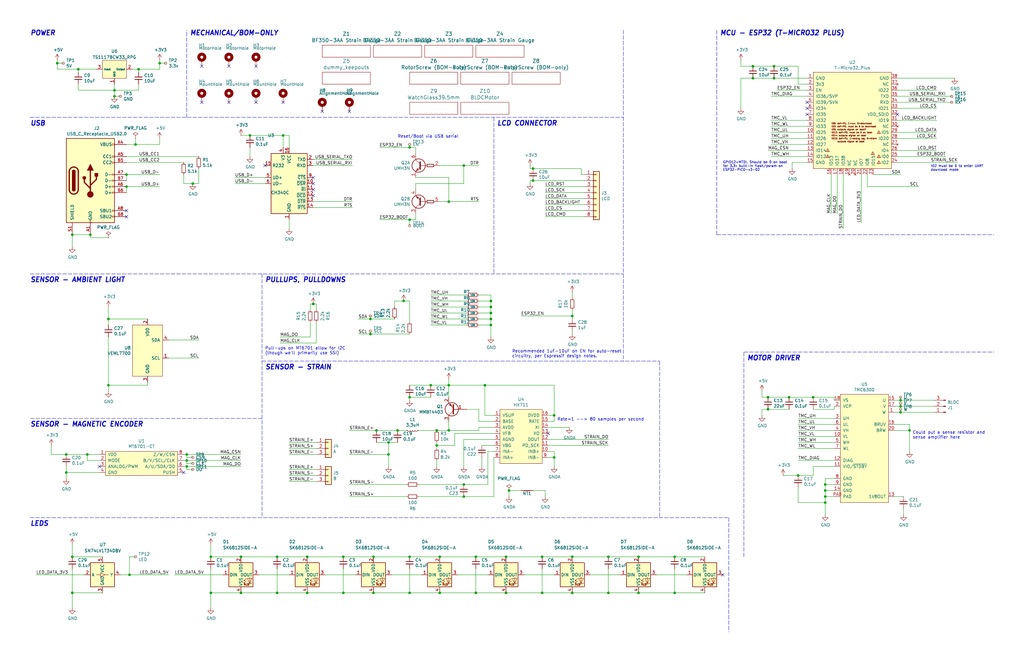
<source format=kicad_sch>
(kicad_sch (version 20211123) (generator eeschema)
  (paper "B")
  (title_block (title "SmartKnob View") (rev "${RELEASE_VERSION}") (company "Scott Bezek") (comment 2 "${COMMIT_DATE_LONG}") (comment 3 "${COMMIT_HASH}"))
  (junction (at 200.66 250.19))
  (junction (at 228.6 234.95))
  (junction (at 58.42 29.21))
  (junction (at 36.83 191.77))
  (junction (at 81.28 77.47))
  (junction (at 323.85 167.64))
  (junction (at 144.78 250.19))
  (junction (at 172.72 250.19))
  (junction (at 269.24 250.19))
  (junction (at 184.15 187.96))
  (junction (at 204.47 162.56))
  (junction (at 332.74 167.64))
  (junction (at 207.01 137.16))
  (junction (at 105.41 57.15))
  (junction (at 195.58 209.55))
  (junction (at 284.48 234.95))
  (junction (at 228.6 250.19))
  (junction (at 347.98 209.55))
  (junction (at 379.73 171.45))
  (junction (at 78.74 194.31))
  (junction (at 88.9 234.95))
  (junction (at 189.23 162.56))
  (junction (at 129.54 234.95))
  (junction (at 45.72 162.56))
  (junction (at 207.01 132.08))
  (junction (at 317.5 27.94))
  (junction (at 200.66 234.95))
  (junction (at 33.02 29.21))
  (junction (at 241.3 133.35))
  (junction (at 317.5 33.02))
  (junction (at 144.78 234.95))
  (junction (at 184.15 181.61))
  (junction (at 241.3 250.19))
  (junction (at 323.85 172.72))
  (junction (at 195.58 204.47))
  (junction (at 129.54 250.19))
  (junction (at 256.54 250.19))
  (junction (at 101.6 250.19))
  (junction (at 342.9 167.64))
  (junction (at 78.74 196.85))
  (junction (at 167.64 181.61))
  (junction (at 27.94 191.77))
  (junction (at 213.36 234.95))
  (junction (at 326.39 27.94))
  (junction (at 189.23 85.09))
  (junction (at 38.1 99.06))
  (junction (at 78.74 191.77))
  (junction (at 53.34 78.74))
  (junction (at 157.48 234.95))
  (junction (at 383.54 181.61))
  (junction (at 172.72 234.95))
  (junction (at 347.98 212.09))
  (junction (at 172.72 167.64))
  (junction (at 156.21 140.97))
  (junction (at 157.48 250.19))
  (junction (at 132.08 128.27))
  (junction (at 101.6 234.95))
  (junction (at 185.42 234.95))
  (junction (at 207.01 127))
  (junction (at 347.98 207.01))
  (junction (at 116.84 234.95))
  (junction (at 284.48 250.19))
  (junction (at 30.48 250.19))
  (junction (at 45.72 134.62))
  (junction (at 54.61 242.57))
  (junction (at 48.26 40.64))
  (junction (at 30.48 234.95))
  (junction (at 233.68 193.04))
  (junction (at 269.24 234.95))
  (junction (at 213.36 250.19))
  (junction (at 53.34 73.66))
  (junction (at 170.18 127))
  (junction (at 326.39 33.02))
  (junction (at 189.23 181.61))
  (junction (at 158.75 181.61))
  (junction (at 224.79 71.12))
  (junction (at 163.83 191.77))
  (junction (at 163.83 186.69))
  (junction (at 156.21 134.62))
  (junction (at 233.68 175.26))
  (junction (at 181.61 162.56))
  (junction (at 241.3 234.95))
  (junction (at 336.55 200.66))
  (junction (at 224.79 76.2))
  (junction (at 195.58 69.85))
  (junction (at 379.73 173.99))
  (junction (at 207.01 129.54))
  (junction (at 24.13 26.67))
  (junction (at 27.94 199.39))
  (junction (at 172.72 92.71))
  (junction (at 379.73 168.91))
  (junction (at 185.42 250.19))
  (junction (at 119.38 57.15))
  (junction (at 116.84 250.19))
  (junction (at 67.31 26.67))
  (junction (at 214.63 207.01))
  (junction (at 88.9 250.19))
  (junction (at 57.15 60.96))
  (junction (at 172.72 62.23))
  (junction (at 48.26 38.1))
  (junction (at 347.98 204.47))
  (junction (at 256.54 234.95))
  (junction (at 207.01 134.62))
  (junction (at 30.48 99.06))
  (no_connect (at 96.52 43.18))
  (no_connect (at 231.14 182.88))
  (no_connect (at 132.08 77.47))
  (no_connect (at 132.08 74.93))
  (no_connect (at 304.8 242.57))
  (no_connect (at 96.52 27.94))
  (no_connect (at 340.36 45.72))
  (no_connect (at 132.08 80.01))
  (no_connect (at 340.36 48.26))
  (no_connect (at 85.09 27.94))
  (no_connect (at 111.76 69.85))
  (no_connect (at 53.34 91.44))
  (no_connect (at 77.47 199.39))
  (no_connect (at 85.09 43.18))
  (no_connect (at 378.46 48.26))
  (no_connect (at 135.89 46.99))
  (no_connect (at 119.38 43.18))
  (no_connect (at 107.95 43.18))
  (no_connect (at 53.34 88.9))
  (no_connect (at 147.32 46.99))
  (no_connect (at 340.36 43.18))
  (no_connect (at 132.08 82.55))
  (no_connect (at 107.95 27.94))
  (no_connect (at 41.91 196.85))
  (wire (pts (xy 88.9 240.03) (xy 88.9 250.19)))
  (wire (pts (xy 220.98 242.57) (xy 233.68 242.57)))
  (wire (pts (xy 231.14 180.34) (xy 240.03 180.34)))
  (wire (pts (xy 157.48 234.95) (xy 172.72 234.95)))
  (wire (pts (xy 144.78 234.95) (xy 157.48 234.95)))
  (wire (pts (xy 353.06 73.66) (xy 353.06 90.17)))
  (wire (pts (xy 229.87 207.01) (xy 229.87 209.55)))
  (wire (pts (xy 321.31 167.64) (xy 323.85 167.64)))
  (wire (pts (xy 121.92 62.23) (xy 121.92 57.15)))
  (wire (pts (xy 228.6 234.95) (xy 241.3 234.95)))
  (wire (pts (xy 53.34 68.58) (xy 77.47 68.58)))
  (wire (pts (xy 207.01 124.46) (xy 207.01 127)))
  (wire (pts (xy 207.01 137.16) (xy 207.01 142.24)))
  (wire (pts (xy 241.3 125.73) (xy 241.3 123.19)))
  (wire (pts (xy 196.85 172.72) (xy 201.93 172.72)))
  (wire (pts (xy 81.28 198.12) (xy 78.74 198.12)))
  (wire (pts (xy 36.83 194.31) (xy 36.83 191.77)))
  (wire (pts (xy 377.19 181.61) (xy 383.54 181.61)))
  (wire (pts (xy 223.52 69.85) (xy 223.52 71.12)))
  (wire (pts (xy 151.13 134.62) (xy 156.21 134.62)))
  (wire (pts (xy 45.72 134.62) (xy 62.23 134.62)))
  (wire (pts (xy 351.79 209.55) (xy 347.98 209.55)))
  (wire (pts (xy 40.64 29.21) (xy 33.02 29.21)))
  (wire (pts (xy 116.84 250.19) (xy 129.54 250.19)))
  (wire (pts (xy 105.41 62.23) (xy 105.41 66.04)))
  (wire (pts (xy 137.16 242.57) (xy 149.86 242.57)))
  (polyline (pts (xy 208.28 49.53) (xy 208.28 115.57)))
  (polyline (pts (xy 12.7 218.44) (xy 307.34 218.44)))
  (wire (pts (xy 378.46 66.04) (xy 398.78 66.04)))
  (wire (pts (xy 54.61 242.57) (xy 71.12 242.57)))
  (wire (pts (xy 48.26 38.1) (xy 58.42 38.1)))
  (wire (pts (xy 200.66 250.19) (xy 213.36 250.19)))
  (wire (pts (xy 156.21 134.62) (xy 166.37 134.62)))
  (wire (pts (xy 378.46 68.58) (xy 403.86 68.58)))
  (wire (pts (xy 241.3 250.19) (xy 256.54 250.19)))
  (wire (pts (xy 175.26 62.23) (xy 175.26 64.77)))
  (wire (pts (xy 38.1 99.06) (xy 38.1 100.33)))
  (wire (pts (xy 269.24 250.19) (xy 284.48 250.19)))
  (wire (pts (xy 116.84 240.03) (xy 116.84 250.19)))
  (wire (pts (xy 26.67 26.67) (xy 24.13 26.67)))
  (wire (pts (xy 351.79 189.23) (xy 336.55 189.23)))
  (wire (pts (xy 176.53 204.47) (xy 195.58 204.47)))
  (wire (pts (xy 241.3 133.35) (xy 241.3 130.81)))
  (polyline (pts (xy 313.69 234.95) (xy 313.69 148.59)))
  (wire (pts (xy 53.34 66.04) (xy 83.82 66.04)))
  (wire (pts (xy 200.66 240.03) (xy 200.66 250.19)))
  (wire (pts (xy 246.38 83.82) (xy 229.87 83.82)))
  (wire (pts (xy 33.02 35.56) (xy 33.02 38.1)))
  (wire (pts (xy 231.14 190.5) (xy 233.68 190.5)))
  (wire (pts (xy 330.2 200.66) (xy 336.55 200.66)))
  (wire (pts (xy 377.19 209.55) (xy 381 209.55)))
  (wire (pts (xy 166.37 127) (xy 170.18 127)))
  (wire (pts (xy 27.94 199.39) (xy 27.94 201.93)))
  (wire (pts (xy 195.58 209.55) (xy 208.28 209.55)))
  (wire (pts (xy 195.58 185.42) (xy 195.58 196.85)))
  (wire (pts (xy 176.53 181.61) (xy 184.15 181.61)))
  (wire (pts (xy 231.14 193.04) (xy 233.68 193.04)))
  (wire (pts (xy 233.68 175.26) (xy 231.14 175.26)))
  (wire (pts (xy 323.85 167.64) (xy 332.74 167.64)))
  (wire (pts (xy 189.23 162.56) (xy 189.23 160.02)))
  (wire (pts (xy 189.23 85.09) (xy 201.93 85.09)))
  (wire (pts (xy 158.75 186.69) (xy 163.83 186.69)))
  (wire (pts (xy 81.28 77.47) (xy 83.82 77.47)))
  (wire (pts (xy 379.73 168.91) (xy 393.7 168.91)))
  (wire (pts (xy 111.76 74.93) (xy 99.06 74.93)))
  (wire (pts (xy 394.97 50.8) (xy 378.46 50.8)))
  (wire (pts (xy 78.74 194.31) (xy 101.6 194.31)))
  (wire (pts (xy 365.76 78.74) (xy 387.35 78.74)))
  (wire (pts (xy 383.54 181.61) (xy 383.54 190.5)))
  (wire (pts (xy 172.72 127) (xy 172.72 135.89)))
  (wire (pts (xy 81.28 193.04) (xy 78.74 193.04)))
  (wire (pts (xy 33.02 30.48) (xy 33.02 29.21)))
  (wire (pts (xy 78.74 195.58) (xy 78.74 194.31)))
  (wire (pts (xy 326.39 33.02) (xy 317.5 33.02)))
  (wire (pts (xy 351.79 184.15) (xy 336.55 184.15)))
  (polyline (pts (xy 307.34 218.44) (xy 307.34 266.7)))
  (wire (pts (xy 347.98 201.93) (xy 351.79 201.93)))
  (wire (pts (xy 172.72 234.95) (xy 185.42 234.95)))
  (wire (pts (xy 321.31 172.72) (xy 323.85 172.72)))
  (wire (pts (xy 83.82 151.13) (xy 71.12 151.13)))
  (wire (pts (xy 163.83 186.69) (xy 167.64 186.69)))
  (wire (pts (xy 121.92 57.15) (xy 119.38 57.15)))
  (wire (pts (xy 189.23 74.93) (xy 189.23 85.09)))
  (wire (pts (xy 336.55 27.94) (xy 326.39 27.94)))
  (wire (pts (xy 347.98 207.01) (xy 347.98 204.47)))
  (wire (pts (xy 336.55 35.56) (xy 336.55 27.94)))
  (wire (pts (xy 172.72 250.19) (xy 185.42 250.19)))
  (wire (pts (xy 347.98 209.55) (xy 347.98 207.01)))
  (wire (pts (xy 185.42 250.19) (xy 200.66 250.19)))
  (wire (pts (xy 171.45 204.47) (xy 147.32 204.47)))
  (wire (pts (xy 48.26 35.56) (xy 48.26 38.1)))
  (wire (pts (xy 340.36 53.34) (xy 325.12 53.34)))
  (wire (pts (xy 184.15 186.69) (xy 184.15 187.96)))
  (wire (pts (xy 30.48 240.03) (xy 30.48 250.19)))
  (wire (pts (xy 378.46 40.64) (xy 401.32 40.64)))
  (wire (pts (xy 158.75 181.61) (xy 167.64 181.61)))
  (wire (pts (xy 351.79 176.53) (xy 336.55 176.53)))
  (wire (pts (xy 30.48 256.54) (xy 30.48 250.19)))
  (wire (pts (xy 233.68 190.5) (xy 233.68 193.04)))
  (wire (pts (xy 172.72 168.91) (xy 172.72 167.64)))
  (wire (pts (xy 81.28 195.58) (xy 78.74 195.58)))
  (wire (pts (xy 118.11 144.78) (xy 133.35 144.78)))
  (wire (pts (xy 201.93 172.72) (xy 201.93 177.8)))
  (wire (pts (xy 233.68 177.8) (xy 233.68 175.26)))
  (wire (pts (xy 342.9 200.66) (xy 342.9 196.85)))
  (wire (pts (xy 207.01 127) (xy 207.01 129.54)))
  (wire (pts (xy 204.47 175.26) (xy 208.28 175.26)))
  (wire (pts (xy 147.32 181.61) (xy 158.75 181.61)))
  (wire (pts (xy 201.93 129.54) (xy 207.01 129.54)))
  (wire (pts (xy 378.46 43.18) (xy 401.32 43.18)))
  (wire (pts (xy 121.92 186.69) (xy 133.35 186.69)))
  (wire (pts (xy 246.38 73.66) (xy 245.11 73.66)))
  (wire (pts (xy 175.26 80.01) (xy 175.26 77.47)))
  (wire (pts (xy 147.32 209.55) (xy 171.45 209.55)))
  (wire (pts (xy 181.61 167.64) (xy 172.72 167.64)))
  (wire (pts (xy 213.36 250.19) (xy 228.6 250.19)))
  (wire (pts (xy 147.32 191.77) (xy 163.83 191.77)))
  (wire (pts (xy 204.47 162.56) (xy 233.68 162.56)))
  (wire (pts (xy 203.2 187.96) (xy 208.28 187.96)))
  (wire (pts (xy 57.15 234.95) (xy 54.61 234.95)))
  (wire (pts (xy 175.26 74.93) (xy 189.23 74.93)))
  (wire (pts (xy 340.36 58.42) (xy 325.12 58.42)))
  (wire (pts (xy 200.66 234.95) (xy 213.36 234.95)))
  (wire (pts (xy 77.47 194.31) (xy 78.74 194.31)))
  (wire (pts (xy 78.74 196.85) (xy 101.6 196.85)))
  (wire (pts (xy 121.92 191.77) (xy 133.35 191.77)))
  (wire (pts (xy 269.24 234.95) (xy 284.48 234.95)))
  (wire (pts (xy 172.72 62.23) (xy 175.26 62.23)))
  (wire (pts (xy 214.63 207.01) (xy 219.71 207.01)))
  (wire (pts (xy 207.01 134.62) (xy 207.01 137.16)))
  (wire (pts (xy 151.13 140.97) (xy 156.21 140.97)))
  (wire (pts (xy 175.26 90.17) (xy 175.26 92.71)))
  (wire (pts (xy 342.9 167.64) (xy 332.74 167.64)))
  (wire (pts (xy 78.74 198.12) (xy 78.74 196.85)))
  (wire (pts (xy 394.97 58.42) (xy 378.46 58.42)))
  (wire (pts (xy 196.85 137.16) (xy 181.61 137.16)))
  (wire (pts (xy 133.35 128.27) (xy 133.35 130.81)))
  (wire (pts (xy 347.98 212.09) (xy 347.98 209.55)))
  (wire (pts (xy 231.14 177.8) (xy 233.68 177.8)))
  (wire (pts (xy 334.01 71.12) (xy 334.01 68.58)))
  (wire (pts (xy 132.08 87.63) (xy 148.59 87.63)))
  (wire (pts (xy 208.28 193.04) (xy 208.28 209.55)))
  (wire (pts (xy 116.84 234.95) (xy 129.54 234.95)))
  (wire (pts (xy 378.46 63.5) (xy 394.97 63.5)))
  (polyline (pts (xy 302.26 99.06) (xy 302.26 12.7)))
  (wire (pts (xy 185.42 69.85) (xy 195.58 69.85)))
  (wire (pts (xy 340.36 63.5) (xy 323.85 63.5)))
  (wire (pts (xy 379.73 173.99) (xy 377.19 173.99)))
  (wire (pts (xy 231.14 185.42) (xy 256.54 185.42)))
  (wire (pts (xy 45.72 137.16) (xy 45.72 134.62)))
  (wire (pts (xy 53.34 78.74) (xy 67.31 78.74)))
  (wire (pts (xy 132.08 128.27) (xy 133.35 128.27)))
  (wire (pts (xy 130.81 135.89) (xy 130.81 142.24)))
  (wire (pts (xy 336.55 205.74) (xy 336.55 212.09)))
  (wire (pts (xy 77.47 73.66) (xy 77.47 77.47)))
  (wire (pts (xy 195.58 77.47) (xy 195.58 69.85)))
  (wire (pts (xy 38.1 99.06) (xy 30.48 99.06)))
  (wire (pts (xy 340.36 50.8) (xy 325.12 50.8)))
  (wire (pts (xy 351.79 204.47) (xy 347.98 204.47)))
  (wire (pts (xy 321.31 165.1) (xy 321.31 167.64)))
  (wire (pts (xy 166.37 129.54) (xy 166.37 127)))
  (polyline (pts (xy 110.49 176.53) (xy 12.7 176.53)))
  (wire (pts (xy 196.85 132.08) (xy 181.61 132.08)))
  (wire (pts (xy 185.42 234.95) (xy 200.66 234.95)))
  (polyline (pts (xy 313.69 148.59) (xy 419.1 148.59)))
  (wire (pts (xy 77.47 191.77) (xy 78.74 191.77)))
  (wire (pts (xy 58.42 29.21) (xy 55.88 29.21)))
  (wire (pts (xy 340.36 40.64) (xy 325.12 40.64)))
  (wire (pts (xy 172.72 60.96) (xy 172.72 62.23)))
  (wire (pts (xy 207.01 127) (xy 201.93 127)))
  (wire (pts (xy 233.68 193.04) (xy 233.68 196.85)))
  (wire (pts (xy 326.39 27.94) (xy 317.5 27.94)))
  (wire (pts (xy 219.71 133.35) (xy 241.3 133.35)))
  (wire (pts (xy 355.6 73.66) (xy 355.6 96.52)))
  (wire (pts (xy 48.26 38.1) (xy 48.26 40.64)))
  (wire (pts (xy 340.36 55.88) (xy 325.12 55.88)))
  (wire (pts (xy 340.36 35.56) (xy 336.55 35.56)))
  (wire (pts (xy 377.19 179.07) (xy 383.54 179.07)))
  (wire (pts (xy 336.55 212.09) (xy 347.98 212.09)))
  (wire (pts (xy 121.92 203.2) (xy 133.35 203.2)))
  (wire (pts (xy 351.79 167.64) (xy 342.9 167.64)))
  (wire (pts (xy 121.92 200.66) (xy 133.35 200.66)))
  (wire (pts (xy 284.48 240.03) (xy 284.48 250.19)))
  (wire (pts (xy 276.86 242.57) (xy 289.56 242.57)))
  (wire (pts (xy 58.42 29.21) (xy 67.31 29.21)))
  (wire (pts (xy 101.6 234.95) (xy 116.84 234.95)))
  (wire (pts (xy 347.98 204.47) (xy 347.98 201.93)))
  (wire (pts (xy 379.73 167.64) (xy 379.73 168.91)))
  (wire (pts (xy 340.36 33.02) (xy 326.39 33.02)))
  (polyline (pts (xy 12.7 115.57) (xy 262.89 115.57)))
  (wire (pts (xy 129.54 250.19) (xy 144.78 250.19)))
  (wire (pts (xy 172.72 95.25) (xy 172.72 92.71)))
  (wire (pts (xy 201.93 134.62) (xy 207.01 134.62)))
  (wire (pts (xy 41.91 194.31) (xy 36.83 194.31)))
  (wire (pts (xy 207.01 129.54) (xy 207.01 132.08)))
  (wire (pts (xy 30.48 99.06) (xy 30.48 104.14)))
  (wire (pts (xy 381 214.63) (xy 381 217.17)))
  (wire (pts (xy 77.47 196.85) (xy 78.74 196.85)))
  (wire (pts (xy 175.26 77.47) (xy 195.58 77.47)))
  (wire (pts (xy 88.9 229.87) (xy 88.9 234.95)))
  (polyline (pts (xy 12.7 49.53) (xy 262.89 49.53)))
  (wire (pts (xy 351.79 172.72) (xy 351.79 171.45)))
  (wire (pts (xy 368.3 73.66) (xy 379.73 73.66)))
  (wire (pts (xy 347.98 207.01) (xy 351.79 207.01)))
  (wire (pts (xy 45.72 165.1) (xy 45.72 162.56)))
  (wire (pts (xy 350.52 73.66) (xy 350.52 90.17)))
  (wire (pts (xy 201.93 177.8) (xy 208.28 177.8)))
  (wire (pts (xy 351.79 168.91) (xy 351.79 167.64)))
  (wire (pts (xy 351.79 196.85) (xy 342.9 196.85)))
  (wire (pts (xy 121.92 96.52) (xy 121.92 92.71)))
  (wire (pts (xy 67.31 25.4) (xy 67.31 26.67)))
  (wire (pts (xy 256.54 250.19) (xy 269.24 250.19)))
  (wire (pts (xy 379.73 170.18) (xy 379.73 171.45)))
  (wire (pts (xy 38.1 100.33) (xy 45.72 100.33)))
  (wire (pts (xy 88.9 234.95) (xy 101.6 234.95)))
  (wire (pts (xy 205.74 190.5) (xy 205.74 204.47)))
  (wire (pts (xy 160.02 62.23) (xy 172.72 62.23)))
  (wire (pts (xy 377.19 171.45) (xy 379.73 171.45)))
  (wire (pts (xy 15.24 242.57) (xy 35.56 242.57)))
  (wire (pts (xy 163.83 191.77) (xy 163.83 196.85)))
  (wire (pts (xy 119.38 57.15) (xy 119.38 62.23)))
  (wire (pts (xy 58.42 30.48) (xy 58.42 29.21)))
  (polyline (pts (xy 262.89 12.7) (xy 262.89 152.4)))
  (wire (pts (xy 67.31 26.67) (xy 67.31 29.21)))
  (wire (pts (xy 121.92 189.23) (xy 133.35 189.23)))
  (wire (pts (xy 233.68 162.56) (xy 233.68 175.26)))
  (wire (pts (xy 132.08 67.31) (xy 148.59 67.31)))
  (wire (pts (xy 99.06 77.47) (xy 111.76 77.47)))
  (wire (pts (xy 284.48 250.19) (xy 297.18 250.19)))
  (wire (pts (xy 27.94 199.39) (xy 41.91 199.39)))
  (wire (pts (xy 248.92 242.57) (xy 261.62 242.57)))
  (wire (pts (xy 30.48 250.19) (xy 43.18 250.19)))
  (wire (pts (xy 377.19 168.91) (xy 379.73 168.91)))
  (wire (pts (xy 334.01 68.58) (xy 340.36 68.58)))
  (wire (pts (xy 189.23 162.56) (xy 189.23 167.64)))
  (wire (pts (xy 175.26 92.71) (xy 172.72 92.71)))
  (wire (pts (xy 351.79 186.69) (xy 336.55 186.69)))
  (wire (pts (xy 312.42 33.02) (xy 317.5 33.02)))
  (wire (pts (xy 246.38 88.9) (xy 229.87 88.9)))
  (wire (pts (xy 24.13 26.67) (xy 24.13 29.21)))
  (wire (pts (xy 53.34 78.74) (xy 53.34 81.28)))
  (wire (pts (xy 69.85 26.67) (xy 67.31 26.67)))
  (wire (pts (xy 130.81 128.27) (xy 132.08 128.27)))
  (wire (pts (xy 351.79 194.31) (xy 336.55 194.31)))
  (polyline (pts (xy 110.49 152.4) (xy 278.13 152.4)))
  (wire (pts (xy 189.23 177.8) (xy 189.23 181.61)))
  (wire (pts (xy 229.87 86.36) (xy 246.38 86.36)))
  (wire (pts (xy 196.85 124.46) (xy 181.61 124.46)))
  (wire (pts (xy 105.41 57.15) (xy 119.38 57.15)))
  (polyline (pts (xy 302.26 99.06) (xy 419.1 99.06)))
  (wire (pts (xy 383.54 179.07) (xy 383.54 181.61)))
  (wire (pts (xy 77.47 77.47) (xy 81.28 77.47)))
  (wire (pts (xy 50.8 242.57) (xy 54.61 242.57)))
  (wire (pts (xy 195.58 209.55) (xy 176.53 209.55)))
  (wire (pts (xy 208.28 190.5) (xy 205.74 190.5)))
  (wire (pts (xy 321.31 172.72) (xy 321.31 175.26)))
  (wire (pts (xy 378.46 55.88) (xy 394.97 55.88)))
  (wire (pts (xy 121.92 198.12) (xy 133.35 198.12)))
  (wire (pts (xy 181.61 162.56) (xy 189.23 162.56)))
  (wire (pts (xy 189.23 181.61) (xy 201.93 181.61)))
  (wire (pts (xy 185.42 85.09) (xy 189.23 85.09)))
  (wire (pts (xy 57.15 60.96) (xy 67.31 60.96)))
  (wire (pts (xy 213.36 234.95) (xy 228.6 234.95)))
  (wire (pts (xy 327.66 38.1) (xy 340.36 38.1)))
  (wire (pts (xy 71.12 143.51) (xy 83.82 143.51)))
  (wire (pts (xy 118.11 142.24) (xy 130.81 142.24)))
  (wire (pts (xy 191.77 187.96) (xy 191.77 182.88)))
  (wire (pts (xy 378.46 45.72) (xy 394.97 45.72)))
  (wire (pts (xy 53.34 73.66) (xy 67.31 73.66)))
  (wire (pts (xy 172.72 92.71) (xy 160.02 92.71)))
  (wire (pts (xy 144.78 250.19) (xy 157.48 250.19)))
  (wire (pts (xy 231.14 187.96) (xy 256.54 187.96)))
  (wire (pts (xy 172.72 240.03) (xy 172.72 250.19)))
  (wire (pts (xy 33.02 29.21) (xy 24.13 29.21)))
  (wire (pts (xy 223.52 71.12) (xy 224.79 71.12)))
  (wire (pts (xy 228.6 250.19) (xy 241.3 250.19)))
  (wire (pts (xy 45.72 134.62) (xy 45.72 129.54)))
  (wire (pts (xy 378.46 33.02) (xy 402.59 33.02)))
  (wire (pts (xy 184.15 187.96) (xy 191.77 187.96)))
  (wire (pts (xy 27.94 191.77) (xy 21.59 191.77)))
  (wire (pts (xy 196.85 127) (xy 181.61 127)))
  (wire (pts (xy 394.97 38.1) (xy 378.46 38.1)))
  (wire (pts (xy 144.78 240.03) (xy 144.78 250.19)))
  (wire (pts (xy 203.2 193.04) (xy 203.2 196.85)))
  (wire (pts (xy 246.38 78.74) (xy 229.87 78.74)))
  (wire (pts (xy 196.85 134.62) (xy 181.61 134.62)))
  (wire (pts (xy 132.08 69.85) (xy 148.59 69.85)))
  (wire (pts (xy 30.48 234.95) (xy 43.18 234.95)))
  (wire (pts (xy 340.36 60.96) (xy 325.12 60.96)))
  (wire (pts (xy 336.55 200.66) (xy 342.9 200.66)))
  (wire (pts (xy 88.9 256.54) (xy 88.9 250.19)))
  (wire (pts (xy 228.6 240.03) (xy 228.6 250.19)))
  (wire (pts (xy 156.21 140.97) (xy 172.72 140.97)))
  (wire (pts (xy 195.58 204.47) (xy 205.74 204.47)))
  (wire (pts (xy 36.83 191.77) (xy 41.91 191.77)))
  (wire (pts (xy 351.79 179.07) (xy 336.55 179.07)))
  (wire (pts (xy 54.61 234.95) (xy 54.61 242.57)))
  (wire (pts (xy 224.79 76.2) (xy 246.38 76.2)))
  (wire (pts (xy 332.74 172.72) (xy 323.85 172.72)))
  (wire (pts (xy 312.42 33.02) (xy 312.42 45.72)))
  (wire (pts (xy 88.9 250.19) (xy 101.6 250.19)))
  (wire (pts (xy 53.34 60.96) (xy 57.15 60.96)))
  (wire (pts (xy 340.36 66.04) (xy 325.12 66.04)))
  (wire (pts (xy 224.79 207.01) (xy 229.87 207.01)))
  (wire (pts (xy 167.64 181.61) (xy 171.45 181.61)))
  (wire (pts (xy 208.28 185.42) (xy 195.58 185.42)))
  (wire (pts (xy 62.23 161.29) (xy 62.23 162.56)))
  (wire (pts (xy 163.83 186.69) (xy 163.83 191.77)))
  (wire (pts (xy 201.93 132.08) (xy 207.01 132.08)))
  (wire (pts (xy 363.22 93.98) (xy 363.22 73.66)))
  (wire (pts (xy 57.15 58.42) (xy 57.15 60.96)))
  (wire (pts (xy 170.18 127) (xy 172.72 127)))
  (wire (pts (xy 30.48 229.87) (xy 30.48 234.95)))
  (polyline (pts (xy 78.74 49.53) (xy 78.74 12.7)))
  (wire (pts (xy 133.35 135.89) (xy 133.35 144.78)))
  (wire (pts (xy 184.15 189.23) (xy 184.15 187.96)))
  (wire (pts (xy 157.48 250.19) (xy 172.72 250.19)))
  (wire (pts (xy 204.47 162.56) (xy 204.47 175.26)))
  (wire (pts (xy 53.34 73.66) (xy 53.34 76.2)))
  (wire (pts (xy 58.42 35.56) (xy 58.42 38.1)))
  (wire (pts (xy 365.76 78.74) (xy 365.76 73.66)))
  (wire (pts (xy 191.77 182.88) (xy 208.28 182.88)))
  (wire (pts (xy 172.72 162.56) (xy 181.61 162.56)))
  (wire (pts (xy 78.74 193.04) (xy 78.74 191.77)))
  (wire (pts (xy 201.93 137.16) (xy 207.01 137.16)))
  (wire (pts (xy 27.94 196.85) (xy 27.94 199.39)))
  (polyline (pts (xy 110.49 115.57) (xy 110.49 218.44)))
  (wire (pts (xy 317.5 27.94) (xy 312.42 27.94)))
  (wire (pts (xy 45.72 162.56) (xy 45.72 142.24)))
  (wire (pts (xy 347.98 217.17) (xy 347.98 212.09)))
  (wire (pts (xy 223.52 76.2) (xy 224.79 76.2)))
  (wire (pts (xy 229.87 81.28) (xy 246.38 81.28)))
  (wire (pts (xy 129.54 234.95) (xy 144.78 234.95)))
  (wire (pts (xy 156.21 139.7) (xy 156.21 140.97)))
  (wire (pts (xy 189.23 162.56) (xy 204.47 162.56)))
  (wire (pts (xy 165.1 242.57) (xy 177.8 242.57)))
  (wire (pts (xy 67.31 58.42) (xy 67.31 60.96)))
  (wire (pts (xy 184.15 181.61) (xy 189.23 181.61)))
  (wire (pts (xy 109.22 242.57) (xy 121.92 242.57)))
  (wire (pts (xy 284.48 234.95) (xy 297.18 234.95)))
  (wire (pts (xy 101.6 250.19) (xy 116.84 250.19)))
  (wire (pts (xy 379.73 173.99) (xy 393.7 173.99)))
  (wire (pts (xy 62.23 162.56) (xy 45.72 162.56)))
  (wire (pts (xy 241.3 234.95) (xy 256.54 234.95)))
  (wire (pts (xy 36.83 191.77) (xy 27.94 191.77)))
  (wire (pts (xy 224.79 71.12) (xy 245.11 71.12)))
  (wire (pts (xy 50.8 40.64) (xy 48.26 40.64)))
  (wire (pts (xy 132.08 85.09) (xy 148.59 85.09)))
  (wire (pts (xy 201.93 181.61) (xy 201.93 180.34)))
  (wire (pts (xy 201.93 124.46) (xy 207.01 124.46)))
  (wire (pts (xy 241.3 134.62) (xy 241.3 133.35)))
  (wire (pts (xy 256.54 234.95) (xy 269.24 234.95)))
  (wire (pts (xy 379.73 171.45) (xy 393.7 171.45)))
  (wire (pts (xy 214.63 209.55) (xy 214.63 207.01)))
  (wire (pts (xy 195.58 69.85) (xy 201.93 69.85)))
  (wire (pts (xy 101.6 57.15) (xy 105.41 57.15)))
  (wire (pts (xy 83.82 77.47) (xy 83.82 71.12)))
  (wire (pts (xy 184.15 196.85) (xy 184.15 194.31)))
  (wire (pts (xy 229.87 91.44) (xy 246.38 91.44)))
  (wire (pts (xy 351.79 181.61) (xy 336.55 181.61)))
  (wire (pts (xy 241.3 140.97) (xy 241.3 139.7)))
  (wire (pts (xy 342.9 172.72) (xy 351.79 172.72)))
  (wire (pts (xy 33.02 38.1) (xy 48.26 38.1)))
  (wire (pts (xy 21.59 191.77) (xy 21.59 187.96)))
  (polyline (pts (xy 278.13 152.4) (xy 278.13 218.44)))
  (wire (pts (xy 73.66 242.57) (xy 93.98 242.57)))
  (wire (pts (xy 312.42 27.94) (xy 312.42 25.4)))
  (wire (pts (xy 24.13 25.4) (xy 24.13 26.67)))
  (wire (pts (xy 245.11 71.12) (xy 245.11 73.66)))
  (wire (pts (xy 196.85 129.54) (xy 181.61 129.54)))
  (wire (pts (xy 201.93 180.34) (xy 208.28 180.34)))
  (wire (pts (xy 207.01 132.08) (xy 207.01 134.62)))
  (wire (pts (xy 193.04 242.57) (xy 205.74 242.57)))
  (wire (pts (xy 156.21 133.35) (xy 156.21 134.62)))
  (wire (pts (xy 130.81 130.81) (xy 130.81 128.27)))
  (wire (pts (xy 223.52 76.2) (xy 223.52 77.47)))
  (wire (pts (xy 379.73 172.72) (xy 379.73 173.99)))
  (wire (pts (xy 78.74 191.77) (xy 101.6 191.77)))
  (wire (pts (xy 256.54 240.03) (xy 256.54 250.19)))
  (text "POWER" (at 12.7 15.24 0) (effects (font (size 2.0066 2.0066) (thickness 0.4013) bold italic) (justify left bottom)))
  (text "Could put a sense resistor and\nsense amplifier here" (at 384.81 185.42 0) (effects (font (size 1.27 1.27)) (justify left bottom)))
  (text "MCU - ESP32 (T-MICRO32 PLUS)" (at 303.53 15.24 0) (effects (font (size 2.0066 2.0066) (thickness 0.4013) bold italic) (justify left bottom)))
  (text "SENSOR - MAGNETIC ENCODER" (at 12.7 180.34 0) (effects (font (size 2.0066 2.0066) (thickness 0.4013) bold italic) (justify left bottom)))
  (text "MOTOR DRIVER" (at 314.96 152.4 0) (effects (font (size 2.0066 2.0066) (thickness 0.4013) bold italic) (justify left bottom)))
  (text "MECHANICAL/BOM-ONLY" (at 80.01 15.24 0) (effects (font (size 2.0066 2.0066) (thickness 0.4013) bold italic) (justify left bottom)))
  (text "IO2 must be 0 to enter UART\ndownload mode" (at 392.43 72.39 0) (effects (font (size 0.9906 0.9906)) (justify left bottom)))
  (text "GPIO12=MTDI. Should be 0 on boot\nfor 3.3v built-in flash/psram on\nESP32-PICO-v3-02" (at 304.8 72.39 0) (effects (font (size 0.9906 0.9906)) (justify left bottom)))
  (text "Pull-ups on MT6701 allow for I2C\n(though we'll primarily use SSI)" (at 111.76 149.86 0) (effects (font (size 1.27 1.27)) (justify left bottom)))
  (text "Rate=1 --> 80 samples per second" (at 234.95 177.8 0) (effects (font (size 1.27 1.27)) (justify left bottom)))
  (text "SENSOR - AMBIENT LIGHT" (at 12.7 119.38 0) (effects (font (size 2.0066 2.0066) (thickness 0.4013) bold italic) (justify left bottom)))
  (text "Recommended 1uF-10uF on EN for auto-reset\ncircuitry, per Espressif design notes." (at 215.9 151.13 0) (effects (font (size 1.27 1.27)) (justify left bottom)))
  (text "USB" (at 12.7 53.34 0) (effects (font (size 2.0066 2.0066) (thickness 0.4013) bold italic) (justify left bottom)))
  (text "SENSOR - STRAIN" (at 111.76 156.21 0) (effects (font (size 2.0066 2.0066) (thickness 0.4013) bold italic) (justify left bottom)))
  (text "LEDS" (at 12.7 222.25 0) (effects (font (size 2.0066 2.0066) (thickness 0.4013) bold italic) (justify left bottom)))
  (text "PULLUPS, PULLDOWNS" (at 111.76 119.38 0) (effects (font (size 2.0066 2.0066) (thickness 0.4013) bold italic) (justify left bottom)))
  (text "LCD CONNECTOR" (at 209.55 53.34 0) (effects (font (size 2.0066 2.0066) (thickness 0.4013) bold italic) (justify left bottom)))
  (text "Reset/Boot via USB serial" (at 167.64 58.42 0) (effects (font (size 1.27 1.27)) (justify left bottom)))
  (label "STRAIN_E+" (at 121.92 198.12 0))
  (label "MAG_CSN" (at 101.6 191.77 180))
  (label "ESP32_BOOT" (at 398.78 66.04 180))
  (label "LCD_RST" (at 229.87 78.74 0))
  (label "TMC_VL" (at 181.61 137.16 0))
  (label "LCD_BACKLIGHT" (at 229.87 86.36 0))
  (label "STRAIN_S+" (at 121.92 189.23 0))
  (label "LCD_RST" (at 394.97 63.5 180))
  (label "TMC_VH" (at 325.12 60.96 0))
  (label "RTS" (at 148.59 87.63 180))
  (label "LED_DATA_5V" (at 73.66 242.57 0))
  (label "USB_SERIAL_TXO" (at 148.59 67.31 180))
  (label "SCL" (at 83.82 151.13 180))
  (label "USB_SERIAL_TXO" (at 398.78 43.18 180))
  (label "TMC_UL" (at 336.55 179.07 0))
  (label "STRAIN_E+" (at 121.92 186.69 0))
  (label "STRAIN_DO" (at 355.6 96.52 90))
  (label "STRAIN_E-" (at 147.32 191.77 0))
  (label "MAG_CSN" (at 323.85 63.5 0))
  (label "LCD_DATA" (at 394.97 55.88 180))
  (label "TMC_DIAG" (at 336.55 194.31 0))
  (label "ESP32_EN" (at 219.71 133.35 0))
  (label "TMC_WH" (at 325.12 66.04 0))
  (label "USB_CC2" (at 67.31 68.58 180))
  (label "RTS" (at 201.93 85.09 180))
  (label "USB_D-" (at 67.31 73.66 180))
  (label "TMC_UL" (at 325.12 55.88 0))
  (label "TMC_VH" (at 181.61 127 0))
  (label "USB_D+" (at 99.06 74.93 0))
  (label "LCD_SCK" (at 229.87 81.28 0))
  (label "TMC_UL" (at 181.61 132.08 0))
  (label "LED_DATA_5V" (at 71.12 242.57 180))
  (label "TMC_VL" (at 325.12 50.8 0))
  (label "LCD_SCK" (at 394.97 58.42 180))
  (label "TMC_UH" (at 336.55 176.53 0))
  (label "TMC_VL" (at 336.55 184.15 0))
  (label "MAG_DO" (at 353.06 90.17 90))
  (label "ESP32_BOOT" (at 160.02 92.71 0))
  (label "STRAIN_S+" (at 147.32 209.55 0))
  (label "MAG_CLK" (at 350.52 90.17 90))
  (label "SDA" (at 83.82 143.51 180))
  (label "USB_D+" (at 67.31 78.74 180))
  (label "STRAIN_E-" (at 121.92 203.2 0))
  (label "SCL" (at 151.13 140.97 0))
  (label "TMC_UH" (at 325.12 58.42 0))
  (label "STRAIN_S-" (at 147.32 204.47 0))
  (label "SDA" (at 151.13 134.62 0))
  (label "MAG_DO" (at 101.6 196.85 180))
  (label "SCL" (at 387.35 78.74 180))
  (label "USB_CC1" (at 67.31 66.04 180))
  (label "ESP32_EN" (at 160.02 62.23 0))
  (label "USB_SERIAL_RXI" (at 148.59 69.85 180))
  (label "TMC_WH" (at 336.55 186.69 0))
  (label "MAG_DO" (at 118.11 142.24 0))
  (label "LCD_CS" (at 394.97 45.72 180))
  (label "LCD_CMD" (at 394.97 38.1 180))
  (label "TMC_WL" (at 181.61 134.62 0))
  (label "LCD_CS" (at 229.87 88.9 0))
  (label "STRAIN_SCK" (at 256.54 187.96 180))
  (label "TMC_UH" (at 181.61 124.46 0))
  (label "SDA" (at 379.73 73.66 180))
  (label "TMC_WL" (at 336.55 189.23 0))
  (label "LCD_DATA" (at 229.87 83.82 0))
  (label "STRAIN_SCK" (at 403.86 68.58 180))
  (label "TMC_WH" (at 181.61 129.54 0))
  (label "TMC_VH" (at 336.55 181.61 0))
  (label "LED_DATA_3V3" (at 363.22 93.98 90))
  (label "LCD_CMD" (at 229.87 91.44 0))
  (label "STRAIN_DO" (at 256.54 185.42 180))
  (label "DTR" (at 201.93 69.85 180))
  (label "DTR" (at 148.59 85.09 180))
  (label "STRAIN_E+" (at 147.32 181.61 0))
  (label "TMC_DIAG" (at 325.12 40.64 0))
  (label "MAG_CLK" (at 101.6 194.31 180))
  (label "LED_DATA_3V3" (at 15.24 242.57 0))
  (label "USB_D-" (at 99.06 77.47 0))
  (label "ESP32_EN" (at 327.66 38.1 0))
  (label "TMC_WL" (at 325.12 53.34 0))
  (label "LCD_BACKLIGHT" (at 394.97 50.8 180))
  (label "USB_SERIAL_RXI" (at 398.78 40.64 180))
  (label "STRAIN_E-" (at 121.92 191.77 0))
  (label "MAG_CLK" (at 118.11 144.78 0))
  (label "STRAIN_S-" (at 121.92 200.66 0))
  (symbol (lib_id "MagnTek:MT6701-CT") (at 58.42 195.58 0) (unit 1)
    (property "Reference" "U1" (at 59.69 186.055 0))
    (property "Value" "MT6701-CT" (at 59.69 188.3664 0))
    (property "Footprint" "Package_SO:SOIC-8_3.9x4.9mm_P1.27mm" (effects hide))
    (property "LCSC" "C2856764" (effects hide))
    (property "Digikey" "N/A" (effects hide))
    (property "Mouser" "N/A" (effects hide))
  )
  (symbol (lib_id "SK6812:SK6812SIDE-A") (at 101.6 242.57 0) (unit 1)
    (property "Reference" "D1" (at 93.98 228.6 0) (effects (justify left)))
    (property "Value" "SK6812SIDE-A" (at 93.98 231.14 0) (effects (justify left)))
    (property "Footprint" "sk6812:SK6812-SIDE-A" (effects hide))
    (property "AliExpress" "https://www.aliexpress.com/item/10000009330139.html" (effects hide))
    (property "Digikey" "1528-4691-ND" (effects hide))
    (property "Mouser" "485-4691" (effects hide))
    (property "LCSC" "C2890037" (effects hide))
  )
  (symbol (lib_id "Device:C_Small") (at 88.9 237.49 0) (unit 1)
    (property "Reference" "C1" (at 91.2368 236.3216 0) (effects (justify left)))
    (property "Value" "0.1uF" (at 91.2368 238.633 0) (effects (justify left)))
    (property "Footprint" "Capacitor_SMD:C_0603_1608Metric" (effects hide))
    (property "LCSC" "C1591" (effects hide))
    (property "Digikey" "1276-1935-1-ND" (effects hide))
    (property "Mouser" "187-CL10B104KB8NNWC" (effects hide))
  )
  (symbol (lib_id "SK6812:SK6812SIDE-A") (at 129.54 242.57 0) (unit 1)
    (property "Reference" "D2" (at 121.92 228.6 0) (effects (justify left)))
    (property "Value" "SK6812SIDE-A" (at 121.92 231.14 0) (effects (justify left)))
    (property "Footprint" "sk6812:SK6812-SIDE-A" (effects hide))
    (property "AliExpress" "https://www.aliexpress.com/item/10000009330139.html" (effects hide))
    (property "Digikey" "1528-4691-ND" (effects hide))
    (property "Mouser" "485-4691" (effects hide))
    (property "LCSC" "C2890037" (effects hide))
  )
  (symbol (lib_id "Device:C_Small") (at 116.84 237.49 0) (unit 1)
    (property "Reference" "C2" (at 119.1768 236.3216 0) (effects (justify left)))
    (property "Value" "0.1uF" (at 119.1768 238.633 0) (effects (justify left)))
    (property "Footprint" "Capacitor_SMD:C_0603_1608Metric" (effects hide))
    (property "LCSC" "C1591" (effects hide))
    (property "Digikey" "1276-1935-1-ND" (effects hide))
    (property "Mouser" "187-CL10B104KB8NNWC" (effects hide))
  )
  (symbol (lib_id "SK6812:SK6812SIDE-A") (at 157.48 242.57 0) (unit 1)
    (property "Reference" "D3" (at 149.86 228.6 0) (effects (justify left)))
    (property "Value" "SK6812SIDE-A" (at 149.86 231.14 0) (effects (justify left)))
    (property "Footprint" "sk6812:SK6812-SIDE-A" (effects hide))
    (property "AliExpress" "https://www.aliexpress.com/item/10000009330139.html" (effects hide))
    (property "Digikey" "1528-4691-ND" (effects hide))
    (property "Mouser" "485-4691" (effects hide))
    (property "LCSC" "C2890037" (effects hide))
  )
  (symbol (lib_id "Device:C_Small") (at 144.78 237.49 0) (unit 1)
    (property "Reference" "C3" (at 147.1168 236.3216 0) (effects (justify left)))
    (property "Value" "0.1uF" (at 147.1168 238.633 0) (effects (justify left)))
    (property "Footprint" "Capacitor_SMD:C_0603_1608Metric" (effects hide))
    (property "LCSC" "C1591" (effects hide))
    (property "Digikey" "1276-1935-1-ND" (effects hide))
    (property "Mouser" "187-CL10B104KB8NNWC" (effects hide))
  )
  (symbol (lib_id "SK6812:SK6812SIDE-A") (at 185.42 242.57 0) (unit 1)
    (property "Reference" "D4" (at 177.8 228.6 0) (effects (justify left)))
    (property "Value" "SK6812SIDE-A" (at 177.8 231.14 0) (effects (justify left)))
    (property "Footprint" "sk6812:SK6812-SIDE-A" (effects hide))
    (property "AliExpress" "https://www.aliexpress.com/item/10000009330139.html" (effects hide))
    (property "Digikey" "1528-4691-ND" (effects hide))
    (property "Mouser" "485-4691" (effects hide))
    (property "LCSC" "C2890037" (effects hide))
  )
  (symbol (lib_id "Device:C_Small") (at 172.72 237.49 0) (unit 1)
    (property "Reference" "C4" (at 175.0568 236.3216 0) (effects (justify left)))
    (property "Value" "0.1uF" (at 175.0568 238.633 0) (effects (justify left)))
    (property "Footprint" "Capacitor_SMD:C_0603_1608Metric" (effects hide))
    (property "LCSC" "C1591" (effects hide))
    (property "Digikey" "1276-1935-1-ND" (effects hide))
    (property "Mouser" "187-CL10B104KB8NNWC" (effects hide))
  )
  (symbol (lib_id "SK6812:SK6812SIDE-A") (at 213.36 242.57 0) (unit 1)
    (property "Reference" "D5" (at 205.74 228.6 0) (effects (justify left)))
    (property "Value" "SK6812SIDE-A" (at 205.74 231.14 0) (effects (justify left)))
    (property "Footprint" "sk6812:SK6812-SIDE-A" (effects hide))
    (property "AliExpress" "https://www.aliexpress.com/item/10000009330139.html" (effects hide))
    (property "Digikey" "1528-4691-ND" (effects hide))
    (property "Mouser" "485-4691" (effects hide))
    (property "LCSC" "C2890037" (effects hide))
  )
  (symbol (lib_id "Device:C_Small") (at 200.66 237.49 0) (unit 1)
    (property "Reference" "C5" (at 202.9968 236.3216 0) (effects (justify left)))
    (property "Value" "0.1uF" (at 202.9968 238.633 0) (effects (justify left)))
    (property "Footprint" "Capacitor_SMD:C_0603_1608Metric" (effects hide))
    (property "LCSC" "C1591" (effects hide))
    (property "Digikey" "1276-1935-1-ND" (effects hide))
    (property "Mouser" "187-CL10B104KB8NNWC" (effects hide))
  )
  (symbol (lib_id "SK6812:SK6812SIDE-A") (at 241.3 242.57 0) (unit 1)
    (property "Reference" "D6" (at 233.68 228.6 0) (effects (justify left)))
    (property "Value" "SK6812SIDE-A" (at 233.68 231.14 0) (effects (justify left)))
    (property "Footprint" "sk6812:SK6812-SIDE-A" (effects hide))
    (property "AliExpress" "https://www.aliexpress.com/item/10000009330139.html" (effects hide))
    (property "Digikey" "1528-4691-ND" (effects hide))
    (property "Mouser" "485-4691" (effects hide))
    (property "LCSC" "C2890037" (effects hide))
  )
  (symbol (lib_id "Device:C_Small") (at 228.6 237.49 0) (unit 1)
    (property "Reference" "C6" (at 230.9368 236.3216 0) (effects (justify left)))
    (property "Value" "0.1uF" (at 230.9368 238.633 0) (effects (justify left)))
    (property "Footprint" "Capacitor_SMD:C_0603_1608Metric" (effects hide))
    (property "LCSC" "C1591" (effects hide))
    (property "Digikey" "1276-1935-1-ND" (effects hide))
    (property "Mouser" "187-CL10B104KB8NNWC" (effects hide))
  )
  (symbol (lib_id "SK6812:SK6812SIDE-A") (at 269.24 242.57 0) (unit 1)
    (property "Reference" "D7" (at 261.62 228.6 0) (effects (justify left)))
    (property "Value" "SK6812SIDE-A" (at 261.62 231.14 0) (effects (justify left)))
    (property "Footprint" "sk6812:SK6812-SIDE-A" (effects hide))
    (property "AliExpress" "https://www.aliexpress.com/item/10000009330139.html" (effects hide))
    (property "Digikey" "1528-4691-ND" (effects hide))
    (property "Mouser" "485-4691" (effects hide))
    (property "LCSC" "C2890037" (effects hide))
  )
  (symbol (lib_id "Device:C_Small") (at 256.54 237.49 0) (unit 1)
    (property "Reference" "C7" (at 258.8768 236.3216 0) (effects (justify left)))
    (property "Value" "0.1uF" (at 258.8768 238.633 0) (effects (justify left)))
    (property "Footprint" "Capacitor_SMD:C_0603_1608Metric" (effects hide))
    (property "LCSC" "C1591" (effects hide))
    (property "Digikey" "1276-1935-1-ND" (effects hide))
    (property "Mouser" "187-CL10B104KB8NNWC" (effects hide))
  )
  (symbol (lib_id "SK6812:SK6812SIDE-A") (at 297.18 242.57 0) (unit 1)
    (property "Reference" "D8" (at 289.56 228.6 0) (effects (justify left)))
    (property "Value" "SK6812SIDE-A" (at 289.56 231.14 0) (effects (justify left)))
    (property "Footprint" "sk6812:SK6812-SIDE-A" (effects hide))
    (property "AliExpress" "https://www.aliexpress.com/item/10000009330139.html" (effects hide))
    (property "Digikey" "1528-4691-ND" (effects hide))
    (property "Mouser" "485-4691" (effects hide))
    (property "LCSC" "C2890037" (effects hide))
  )
  (symbol (lib_id "Device:C_Small") (at 284.48 237.49 0) (unit 1)
    (property "Reference" "C8" (at 286.8168 236.3216 0) (effects (justify left)))
    (property "Value" "0.1uF" (at 286.8168 238.633 0) (effects (justify left)))
    (property "Footprint" "Capacitor_SMD:C_0603_1608Metric" (effects hide))
    (property "LCSC" "C1591" (effects hide))
    (property "Digikey" "1276-1935-1-ND" (effects hide))
    (property "Mouser" "187-CL10B104KB8NNWC" (effects hide))
  )
  (symbol (lib_id "power:+5V") (at 88.9 229.87 0) (unit 1)
    (property "Reference" "#PWR0101" (effects hide))
    (property "Value" "+5V" (at 89.281 225.4758 0))
  )
  (symbol (lib_id "power:GND") (at 88.9 256.54 0) (unit 1)
    (property "Reference" "#PWR0102" (effects hide))
    (property "Value" "GND" (at 89.027 260.9342 0))
  )
  (symbol (lib_id "Connector:Conn_01x03_Male") (at 398.78 171.45 180) (unit 1)
    (property "Reference" "J1" (at 399.4912 172.0596 0) (effects (justify right)))
    (property "Value" "BLDC" (at 399.4912 169.7482 0) (effects (justify right)))
    (property "Footprint" "Molex:532610371" (effects hide))
    (property "LCSC" "C293630" (effects hide))
    (property "Digikey" "WM7621CT-ND" (effects hide))
    (property "Mouser" "538-53261-0371" (effects hide))
  )
  (symbol (lib_id "Mechanical:MountingHole_Pad") (at 85.09 25.4 0) (unit 1)
    (property "Reference" "H1" (at 83.82 19.05 0) (effects (justify left)))
    (property "Value" "MotorHole" (at 83.82 20.32 0) (effects (justify left)))
    (property "Footprint" "Holes:MountingHole_M1.6" (effects hide))
    (property "Note" "Screw: M1.6x10 (countersunk), or M1.6x9 (pan/round)" (effects hide))
  )
  (symbol (lib_id "Mechanical:MountingHole_Pad") (at 96.52 25.4 0) (unit 1)
    (property "Reference" "H2" (at 95.25 19.05 0) (effects (justify left)))
    (property "Value" "MotorHole" (at 95.25 20.32 0) (effects (justify left)))
    (property "Footprint" "Holes:MountingHole_M1.6" (effects hide))
    (property "Note" "Screw: M1.6x10 (countersunk), or M1.6x9 (pan/round)" (effects hide))
  )
  (symbol (lib_id "Mechanical:MountingHole_Pad") (at 107.95 25.4 0) (unit 1)
    (property "Reference" "H3" (at 106.68 19.05 0) (effects (justify left)))
    (property "Value" "MotorHole" (at 106.68 20.32 0) (effects (justify left)))
    (property "Footprint" "Holes:MountingHole_M1.6" (effects hide))
    (property "Note" "Screw: M1.6x10 (countersunk), or M1.6x9 (pan/round)" (effects hide))
  )
  (symbol (lib_id "Mechanical:MountingHole_Pad") (at 85.09 40.64 0) (unit 1)
    (property "Reference" "H4" (at 83.82 34.29 0) (effects (justify left)))
    (property "Value" "MountHole" (at 83.82 35.56 0) (effects (justify left)))
    (property "Footprint" "Holes:MountingHole_2.2mm_M2_ISO7380_Pad_NonVirtual" (effects hide))
    (property "Note" "Screw: M2x5 (pan/round); Nut: M2 hex" (effects hide))
  )
  (symbol (lib_id "Mechanical:MountingHole_Pad") (at 96.52 40.64 0) (unit 1)
    (property "Reference" "H5" (at 95.25 34.29 0) (effects (justify left)))
    (property "Value" "MountHole" (at 95.25 35.56 0) (effects (justify left)))
    (property "Footprint" "Holes:MountingHole_2.2mm_M2_ISO7380_Pad_NonVirtual" (effects hide))
    (property "Note" "Screw: M2x5 (pan/round); Nut: M2 hex" (effects hide))
  )
  (symbol (lib_id "Mechanical:MountingHole_Pad") (at 107.95 40.64 0) (unit 1)
    (property "Reference" "H6" (at 106.68 34.29 0) (effects (justify left)))
    (property "Value" "MountHole" (at 106.68 35.56 0) (effects (justify left)))
    (property "Footprint" "Holes:MountingHole_2.2mm_M2_ISO7380_Pad_NonVirtual" (effects hide))
    (property "Note" "Screw: M2x5 (pan/round); Nut: M2 hex" (effects hide))
  )
  (symbol (lib_id "Mechanical:MountingHole_Pad") (at 119.38 40.64 0) (unit 1)
    (property "Reference" "H7" (at 118.11 34.29 0) (effects (justify left)))
    (property "Value" "MountHole" (at 118.11 35.56 0) (effects (justify left)))
    (property "Footprint" "Holes:MountingHole_2.2mm_M2_ISO7380_Pad_NonVirtual" (effects hide))
    (property "Note" "Screw: M2x5 (pan/round); Nut: M2 hex" (effects hide))
  )
  (symbol (lib_id "no_pin:no_pin") (at 146.05 21.59 0) (unit 1)
    (property "Reference" "Z1" (at 146.05 14.3002 0) (effects (font (size 1.524 1.524))))
    (property "Value" "BF350-3AA Strain Gauge" (at 146.05 16.9926 0) (effects (font (size 1.524 1.524))))
    (property "Footprint" "strain:BF350-3AA" (effects hide))
    (property "AliExpress" "https://www.aliexpress.com/item/4000204288561.html" (effects hide))
    (property "Digikey" "N/A" (effects hide))
    (property "LCSC" "N/A" (effects hide))
    (property "Mouser" "N/A" (effects hide))
  )
  (symbol (lib_id "no_pin:no_pin") (at 167.64 21.59 0) (unit 1)
    (property "Reference" "Z2" (at 167.64 14.3002 0) (effects (font (size 1.524 1.524))))
    (property "Value" "BF350-3AA Strain Gauge" (at 167.64 16.9926 0) (effects (font (size 1.524 1.524))))
    (property "Footprint" "strain:BF350-3AA" (effects hide))
    (property "AliExpress" "https://www.aliexpress.com/item/4000204288561.html" (effects hide))
    (property "Digikey" "N/A" (effects hide))
    (property "LCSC" "N/A" (effects hide))
    (property "Mouser" "N/A" (effects hide))
  )
  (symbol (lib_id "no_pin:no_pin") (at 189.23 21.59 0) (unit 1)
    (property "Reference" "Z3" (at 189.23 14.3002 0) (effects (font (size 1.524 1.524))))
    (property "Value" "BF350-3AA Strain Gauge" (at 189.23 16.9926 0) (effects (font (size 1.524 1.524))))
    (property "Footprint" "strain:BF350-3AA" (effects hide))
    (property "AliExpress" "https://www.aliexpress.com/item/4000204288561.html" (effects hide))
    (property "Digikey" "N/A" (effects hide))
    (property "LCSC" "N/A" (effects hide))
    (property "Mouser" "N/A" (effects hide))
  )
  (symbol (lib_id "no_pin:no_pin") (at 210.82 21.59 0) (unit 1)
    (property "Reference" "Z4" (at 210.82 14.3002 0) (effects (font (size 1.524 1.524))))
    (property "Value" "BF350-3AA Strain Gauge" (at 210.82 16.9926 0) (effects (font (size 1.524 1.524))))
    (property "Footprint" "strain:BF350-3AA" (effects hide))
    (property "AliExpress" "https://www.aliexpress.com/item/4000204288561.html" (effects hide))
    (property "Digikey" "N/A" (effects hide))
    (property "LCSC" "N/A" (effects hide))
    (property "Mouser" "N/A" (effects hide))
  )
  (symbol (lib_id "Connector:USB_C_Receptacle_USB2.0") (at 38.1 76.2 0) (unit 1)
    (property "Reference" "J2" (at 40.8178 54.1782 0))
    (property "Value" "USB_C_Receptacle_USB2.0" (at 40.8178 56.4896 0))
    (property "Footprint" "GCT_USB:USB4510_NoPaste" (effects hide))
    (property "Datasheet" "https://www.usb.org/sites/default/files/documents/usb_type-c.zip" (effects hide))
    (property "LCSC" "C428463" (effects hide))
    (property "Mouser" "640-USB4510031A" (effects hide))
    (property "Digikey" "USB4510-03-1-A" (effects hide))
  )
  (symbol (lib_id "Device:Q_PNP_BEC") (at 191.77 172.72 180) (unit 1)
    (property "Reference" "Q1" (at 186.9186 171.5516 0) (effects (justify left)))
    (property "Value" "MMBT4403" (at 186.9186 173.863 0) (effects (justify left)))
    (property "Footprint" "Package_TO_SOT_SMD:SOT-23" (effects hide))
    (property "LCSC" "C78864" (effects hide))
    (property "Digikey" "MMBT4403LT1GOSCT-ND" (effects hide))
    (property "Mouser" "241-MMBT4403R100001" (effects hide))
  )
  (symbol (lib_id "power:GND") (at 30.48 104.14 0) (unit 1)
    (property "Reference" "#PWR0103" (effects hide))
    (property "Value" "GND" (at 30.607 108.5342 0))
  )
  (symbol (lib_id "Device:R_Small") (at 83.82 68.58 0) (unit 1)
    (property "Reference" "R1" (at 85.3186 67.4116 0) (effects (justify left)))
    (property "Value" "5.1k" (at 85.3186 69.723 0) (effects (justify left)))
    (property "Footprint" "Resistor_SMD:R_0603_1608Metric" (effects hide))
    (property "LCSC" "C105580" (effects hide))
    (property "Digikey" "RMCF0603JT5K10CT-ND" (effects hide))
    (property "Mouser" "652-CR0603FX-5101ELF" (effects hide))
  )
  (symbol (lib_id "Device:R_Small") (at 77.47 71.12 0) (unit 1)
    (property "Reference" "R2" (at 78.9686 69.9516 0) (effects (justify left)))
    (property "Value" "5.1k" (at 78.9686 72.263 0) (effects (justify left)))
    (property "Footprint" "Resistor_SMD:R_0603_1608Metric" (effects hide))
    (property "LCSC" "C105580" (effects hide))
    (property "Digikey" "RMCF0603JT5K10CT-ND" (effects hide))
    (property "Mouser" "652-CR0603FX-5101ELF" (effects hide))
  )
  (symbol (lib_id "power:GND") (at 81.28 77.47 0) (unit 1)
    (property "Reference" "#PWR0104" (effects hide))
    (property "Value" "GND" (at 81.407 81.8642 0))
  )
  (symbol (lib_id "Device:R_Small") (at 184.15 184.15 0) (unit 1)
    (property "Reference" "R3" (at 185.6486 182.9816 0) (effects (justify left)))
    (property "Value" "10k" (at 185.6486 185.293 0) (effects (justify left)))
    (property "Footprint" "Resistor_SMD:R_0603_1608Metric" (effects hide))
    (property "LCSC" "C98220" (effects hide))
    (property "Digikey" "RMCF0603JT10K0CT-ND" (effects hide))
    (property "Mouser" "652-CR0603FX-1002ELF" (effects hide))
  )
  (symbol (lib_id "Device:R_Small") (at 184.15 191.77 0) (unit 1)
    (property "Reference" "R4" (at 185.6486 190.6016 0) (effects (justify left)))
    (property "Value" "8.2k" (at 185.6486 192.913 0) (effects (justify left)))
    (property "Footprint" "Resistor_SMD:R_0603_1608Metric" (effects hide))
    (property "LCSC" "C114637" (effects hide))
    (property "Digikey" "RMCF0603FT8K20CT-ND" (effects hide))
    (property "Mouser" "652-CR0603FX-8201ELF" (effects hide))
  )
  (symbol (lib_id "lilygo_micro32:T-Micro32_Plus") (at 359.41 50.8 0) (unit 1)
    (property "Reference" "U2" (at 359.41 26.289 0))
    (property "Value" "T-Micro32_Plus" (at 359.41 28.6004 0))
    (property "Footprint" "lilygo_micro32:T-Micro32" (effects hide))
    (property "AliExpress" "https://www.aliexpress.com/item/1005002308952882.html" (effects hide))
    (property "Digikey" "N/A" (effects hide))
    (property "LCSC" "N/A" (effects hide))
    (property "Mouser" "N/A" (effects hide))
  )
  (symbol (lib_id "Device:L_Small") (at 173.99 181.61 270) (unit 1)
    (property "Reference" "L1" (at 173.99 177.0126 90))
    (property "Value" "3.3uH" (at 173.99 179.324 90))
    (property "Footprint" "Inductor_SMD:L_0805_2012Metric" (effects hide))
    (property "LCSC" "C307744" (effects hide))
    (property "Digikey" "445-6394-1-ND" (effects hide))
    (property "Mouser" "810-MLZ2012A3R3WT000" (effects hide))
  )
  (symbol (lib_id "Device:C_Small") (at 167.64 184.15 0) (unit 1)
    (property "Reference" "C19" (at 169.9768 182.9816 0) (effects (justify left)))
    (property "Value" "0.1uF" (at 169.9768 185.293 0) (effects (justify left)))
    (property "Footprint" "Capacitor_SMD:C_0603_1608Metric" (effects hide))
    (property "LCSC" "C1591" (effects hide))
    (property "Digikey" "1276-1935-1-ND" (effects hide))
    (property "Mouser" "187-CL10B104KB8NNWC" (effects hide))
  )
  (symbol (lib_id "Interface_USB:CH340C") (at 121.92 77.47 0) (unit 1)
    (property "Reference" "U3" (at 114.3 57.15 0))
    (property "Value" "CH340C" (at 118.11 81.28 0))
    (property "Footprint" "Package_SO:SOIC-16_3.9x9.9mm_P1.27mm" (effects hide))
    (property "Datasheet" "https://datasheet.lcsc.com/szlcsc/Jiangsu-Qin-Heng-CH340C_C84681.pdf" (effects hide))
    (property "LCSC" "C84681" (effects hide))
    (property "Digikey" "N/A" (effects hide))
    (property "Mouser" "N/A" (effects hide))
  )
  (symbol (lib_id "Device:C_Small") (at 158.75 184.15 0) (unit 1)
    (property "Reference" "C18" (at 161.0868 182.9816 0) (effects (justify left)))
    (property "Value" "10uF" (at 161.0868 185.293 0) (effects (justify left)))
    (property "Footprint" "Capacitor_SMD:C_0805_2012Metric" (effects hide))
    (property "LCSC" "C2922480" (effects hide))
    (property "Digikey" "1276-2891-1-ND" (effects hide))
    (property "Mouser" "187-CL21A106KAYNNNE" (effects hide))
  )
  (symbol (lib_id "strain:HX711") (at 219.71 184.15 0) (unit 1)
    (property "Reference" "U4" (at 219.71 168.529 0))
    (property "Value" "HX711" (at 219.71 170.8404 0))
    (property "Footprint" "Package_SO:SOIC-16_3.9x9.9mm_P1.27mm" (effects hide))
    (property "LCSC" "C43656" (effects hide))
    (property "Digikey" "N/A" (effects hide))
    (property "Mouser" "N/A" (effects hide))
  )
  (symbol (lib_id "Trinamic:TMC6300") (at 364.49 189.23 0) (unit 1)
    (property "Reference" "U5" (at 364.49 162.179 0))
    (property "Value" "TMC6300" (at 364.49 164.4904 0))
    (property "Footprint" "Modified:QFN-20-1EP_3x3mm_P0.4mm_EP1.65x1.65mm_ThermalVias_LargerViaHoles" (effects hide))
    (property "Digikey" "TMC6300-LA-T" (effects hide))
    (property "Mouser" "700-TMC6300-LA" (effects hide))
    (property "LCSC" "N/A" (effects hide))
  )
  (symbol (lib_id "no_pin:no_pin") (at 146.05 33.02 0) (unit 1)
    (property "Reference" "Z5" (at 146.05 25.7302 0) (effects (font (size 1.524 1.524))))
    (property "Value" "dummy_keepouts" (at 146.05 28.4226 0) (effects (font (size 1.524 1.524))))
    (property "Footprint" "view_custom:ViewKeepouts3d" (effects hide))
  )
  (symbol (lib_id "power:GND") (at 48.26 40.64 0) (unit 1)
    (property "Reference" "#PWR0105" (effects hide))
    (property "Value" "GND" (at 48.387 45.0342 0))
  )
  (symbol (lib_id "Device:C_Small") (at 33.02 33.02 0) (unit 1)
    (property "Reference" "C9" (at 35.3568 31.8516 0) (effects (justify left)))
    (property "Value" "10uF" (at 35.3568 34.163 0) (effects (justify left)))
    (property "Footprint" "Capacitor_SMD:C_0805_2012Metric" (effects hide))
    (property "LCSC" "C2922480" (effects hide))
    (property "Digikey" "1276-2891-1-ND" (effects hide))
    (property "Mouser" "187-CL21A106KAYNNNE" (effects hide))
  )
  (symbol (lib_id "Device:C_Small") (at 58.42 33.02 0) (unit 1)
    (property "Reference" "C10" (at 60.7568 31.8516 0) (effects (justify left)))
    (property "Value" "10uF" (at 60.7568 34.163 0) (effects (justify left)))
    (property "Footprint" "Capacitor_SMD:C_0805_2012Metric" (effects hide))
    (property "LCSC" "C2922480" (effects hide))
    (property "Digikey" "1276-2891-1-ND" (effects hide))
    (property "Mouser" "187-CL21A106KAYNNNE" (effects hide))
  )
  (symbol (lib_id "power:+3.3V") (at 67.31 25.4 0) (unit 1)
    (property "Reference" "#PWR0106" (effects hide))
    (property "Value" "+3.3V" (at 67.691 21.0058 0))
  )
  (symbol (lib_id "power:+3.3V") (at 189.23 160.02 0) (unit 1)
    (property "Reference" "#PWR0116" (effects hide))
    (property "Value" "+3.3V" (at 189.611 155.6258 0))
  )
  (symbol (lib_id "Device:C_Small") (at 172.72 165.1 0) (unit 1)
    (property "Reference" "C16" (at 175.0568 163.9316 0) (effects (justify left)))
    (property "Value" "10uF" (at 175.0568 166.243 0) (effects (justify left)))
    (property "Footprint" "Capacitor_SMD:C_0805_2012Metric" (effects hide))
    (property "LCSC" "C2922480" (effects hide))
    (property "Digikey" "1276-2891-1-ND" (effects hide))
    (property "Mouser" "187-CL21A106KAYNNNE" (effects hide))
  )
  (symbol (lib_id "Device:C_Small") (at 27.94 194.31 0) (unit 1)
    (property "Reference" "C20" (at 30.2768 193.1416 0) (effects (justify left)))
    (property "Value" "0.1uF" (at 30.2768 195.453 0) (effects (justify left)))
    (property "Footprint" "Capacitor_SMD:C_0603_1608Metric" (effects hide))
    (property "LCSC" "C1591" (effects hide))
    (property "Digikey" "1276-1935-1-ND" (effects hide))
    (property "Mouser" "187-CL10B104KB8NNWC" (effects hide))
  )
  (symbol (lib_id "Logic_LevelTranslator:SN74LV1T34DBV") (at 43.18 242.57 0) (unit 1)
    (property "Reference" "U7" (at 41.91 229.87 0) (effects (justify left)))
    (property "Value" "SN74LV1T34DBV" (at 35.56 232.41 0) (effects (justify left)))
    (property "Footprint" "Package_TO_SOT_SMD:SOT-23-5" (effects hide))
    (property "Datasheet" "https://www.ti.com/lit/ds/symlink/sn74lv1t34.pdf" (effects hide))
    (property "LCSC" "C100024" (effects hide))
    (property "Digikey" "296-37176-1-ND" (effects hide))
    (property "Mouser" "595-SN74LV1T34DBVR" (effects hide))
  )
  (symbol (lib_id "Connector:TestPoint_Small") (at 26.67 26.67 0) (unit 1)
    (property "Reference" "TP1" (at 27.8892 25.5016 0) (effects (justify left)))
    (property "Value" "5V" (at 27.8892 27.813 0) (effects (justify left)))
    (property "Footprint" "Modified:TestPoint_Pad_D2.0mm_ValueSilk" (effects hide))
  )
  (symbol (lib_id "Device:C_Small") (at 30.48 237.49 0) (unit 1)
    (property "Reference" "C29" (at 32.8168 236.3216 0) (effects (justify left)))
    (property "Value" "0.1uF" (at 32.8168 238.633 0) (effects (justify left)))
    (property "Footprint" "Capacitor_SMD:C_0603_1608Metric" (effects hide))
    (property "LCSC" "C1591" (effects hide))
    (property "Digikey" "1276-1935-1-ND" (effects hide))
    (property "Mouser" "187-CL10B104KB8NNWC" (effects hide))
  )
  (symbol (lib_id "power:+5V") (at 30.48 229.87 0) (unit 1)
    (property "Reference" "#PWR0133" (effects hide))
    (property "Value" "+5V" (at 30.861 225.4758 0))
  )
  (symbol (lib_id "power:GND") (at 30.48 256.54 0) (unit 1)
    (property "Reference" "#PWR0134" (effects hide))
    (property "Value" "GND" (at 30.607 260.9342 0))
  )
  (symbol (lib_id "Device:C_Small") (at 342.9 170.18 0) (unit 1)
    (property "Reference" "C15" (at 345.2368 169.0116 0) (effects (justify left)))
    (property "Value" "0.1uF" (at 345.2368 171.323 0) (effects (justify left)))
    (property "Footprint" "Capacitor_SMD:C_0603_1608Metric" (effects hide))
    (property "LCSC" "C1591" (effects hide))
    (property "Digikey" "1276-1935-1-ND" (effects hide))
    (property "Mouser" "187-CL10B104KB8NNWC" (effects hide))
  )
  (symbol (lib_id "Device:C_Small") (at 332.74 170.18 0) (unit 1)
    (property "Reference" "C14" (at 335.0768 169.0116 0) (effects (justify left)))
    (property "Value" "0.1uF" (at 335.0768 171.323 0) (effects (justify left)))
    (property "Footprint" "Capacitor_SMD:C_0603_1608Metric" (effects hide))
    (property "LCSC" "C1591" (effects hide))
    (property "Digikey" "1276-1935-1-ND" (effects hide))
    (property "Mouser" "187-CL10B104KB8NNWC" (effects hide))
  )
  (symbol (lib_id "Device:C_Small") (at 323.85 170.18 0) (unit 1)
    (property "Reference" "C13" (at 326.1868 169.0116 0) (effects (justify left)))
    (property "Value" "22uF" (at 326.1868 171.323 0) (effects (justify left)))
    (property "Footprint" "Capacitor_SMD:C_0805_2012Metric" (effects hide))
    (property "LCSC" "C98190" (effects hide))
    (property "Digikey" "1276-CL21A226MAYNNNECT-ND" (effects hide))
    (property "Mouser" "187-CL21A226MAYNNNE" (effects hide))
  )
  (symbol (lib_id "Device:C_Small") (at 381 212.09 0) (unit 1)
    (property "Reference" "C21" (at 383.3368 210.9216 0) (effects (justify left)))
    (property "Value" "0.1uF" (at 383.3368 213.233 0) (effects (justify left)))
    (property "Footprint" "Capacitor_SMD:C_0603_1608Metric" (effects hide))
    (property "LCSC" "C1591" (effects hide))
    (property "Digikey" "1276-1935-1-ND" (effects hide))
    (property "Mouser" "187-CL10B104KB8NNWC" (effects hide))
  )
  (symbol (lib_id "Device:C_Small") (at 336.55 203.2 0) (unit 1)
    (property "Reference" "C17" (at 338.8868 202.0316 0) (effects (justify left)))
    (property "Value" "0.1uF" (at 338.8868 204.343 0) (effects (justify left)))
    (property "Footprint" "Capacitor_SMD:C_0603_1608Metric" (effects hide))
    (property "LCSC" "C1591" (effects hide))
    (property "Digikey" "1276-1935-1-ND" (effects hide))
    (property "Mouser" "187-CL10B104KB8NNWC" (effects hide))
  )
  (symbol (lib_id "power:GND") (at 381 217.17 0) (unit 1)
    (property "Reference" "#PWR0107" (effects hide))
    (property "Value" "GND" (at 381.127 221.5642 0))
  )
  (symbol (lib_id "Connector:TestPoint_Small") (at 69.85 26.67 0) (unit 1)
    (property "Reference" "TP2" (at 71.0692 25.5016 0) (effects (justify left)))
    (property "Value" "3.3v" (at 71.0692 27.813 0) (effects (justify left)))
    (property "Footprint" "Modified:TestPoint_Pad_D2.0mm_ValueSilk" (effects hide))
  )
  (symbol (lib_id "power:GND") (at 347.98 217.17 0) (unit 1)
    (property "Reference" "#PWR0108" (effects hide))
    (property "Value" "GND" (at 348.107 221.5642 0))
  )
  (symbol (lib_id "Device:C_Small") (at 203.2 190.5 180) (unit 1)
    (property "Reference" "C22" (at 200.8632 191.6684 0) (effects (justify left)))
    (property "Value" "0.1uF" (at 200.8632 189.357 0) (effects (justify left)))
    (property "Footprint" "Capacitor_SMD:C_0603_1608Metric" (effects hide))
    (property "LCSC" "C1591" (effects hide))
    (property "Digikey" "1276-1935-1-ND" (effects hide))
    (property "Mouser" "187-CL10B104KB8NNWC" (effects hide))
  )
  (symbol (lib_id "power:+3.3V") (at 330.2 200.66 0) (unit 1)
    (property "Reference" "#PWR0109" (effects hide))
    (property "Value" "+3.3V" (at 330.581 196.2658 0))
  )
  (symbol (lib_id "power:GNDA") (at 195.58 196.85 0) (unit 1)
    (property "Reference" "#PWR0117" (effects hide))
    (property "Value" "GNDA" (at 195.707 201.2442 0))
  )
  (symbol (lib_id "power:GND") (at 383.54 190.5 0) (unit 1)
    (property "Reference" "#PWR0110" (effects hide))
    (property "Value" "GND" (at 383.667 194.8942 0))
  )
  (symbol (lib_id "Connector:TestPoint_Small") (at 50.8 40.64 0) (unit 1)
    (property "Reference" "TP3" (at 52.0192 39.4716 0) (effects (justify left)))
    (property "Value" "GND" (at 52.0192 41.783 0) (effects (justify left)))
    (property "Footprint" "Modified:TestPoint_Pad_D2.0mm_ValueSilk" (effects hide))
  )
  (symbol (lib_id "power:GND") (at 121.92 96.52 0) (unit 1)
    (property "Reference" "#PWR0111" (effects hide))
    (property "Value" "GND" (at 122.047 100.9142 0))
  )
  (symbol (lib_id "power:+3.3V") (at 101.6 57.15 0) (unit 1)
    (property "Reference" "#PWR0112" (effects hide))
    (property "Value" "+3.3V" (at 101.981 52.7558 0))
  )
  (symbol (lib_id "power:GNDA") (at 163.83 196.85 0) (unit 1)
    (property "Reference" "#PWR0118" (effects hide))
    (property "Value" "GNDA" (at 163.957 201.2442 0))
  )
  (symbol (lib_id "Device:C_Small") (at 105.41 59.69 0) (unit 1)
    (property "Reference" "C11" (at 107.7468 58.5216 0) (effects (justify left)))
    (property "Value" "0.1uF" (at 107.7468 60.833 0) (effects (justify left)))
    (property "Footprint" "Capacitor_SMD:C_0603_1608Metric" (effects hide))
    (property "LCSC" "C1591" (effects hide))
    (property "Digikey" "1276-1935-1-ND" (effects hide))
    (property "Mouser" "187-CL10B104KB8NNWC" (effects hide))
  )
  (symbol (lib_id "power:GND") (at 105.41 66.04 0) (unit 1)
    (property "Reference" "#PWR0113" (effects hide))
    (property "Value" "GND" (at 105.537 70.4342 0))
  )
  (symbol (lib_id "power:GNDA") (at 184.15 196.85 0) (unit 1)
    (property "Reference" "#PWR0119" (effects hide))
    (property "Value" "GNDA" (at 184.277 201.2442 0))
  )
  (symbol (lib_id "Device:C_Small") (at 241.3 137.16 0) (unit 1)
    (property "Reference" "C28" (at 243.6368 135.9916 0) (effects (justify left)))
    (property "Value" "1uF" (at 243.6368 138.303 0) (effects (justify left)))
    (property "Footprint" "Capacitor_SMD:C_0603_1608Metric" (effects hide))
    (property "Mouser" "187-CL10A105KA8NNNC" (effects hide))
    (property "LCSC" "C5673" (effects hide))
    (property "Digikey" "1276-1102-1-ND" (effects hide))
  )
  (symbol (lib_id "power:GNDA") (at 172.72 168.91 0) (unit 1)
    (property "Reference" "#PWR0120" (effects hide))
    (property "Value" "GNDA" (at 172.847 173.3042 0))
  )
  (symbol (lib_id "Device:R_Small") (at 130.81 133.35 0) (unit 1)
    (property "Reference" "R15" (at 125.8316 133.35 90))
    (property "Value" "2.2k" (at 128.143 133.35 90))
    (property "Footprint" "Resistor_SMD:R_0603_1608Metric" (effects hide))
    (property "LCSC" "C4190" (effects hide))
    (property "Digikey" "RMCF0603FT2K20CT-ND" (effects hide))
    (property "Mouser" "652-CR0603FX-2201ELF" (effects hide))
  )
  (symbol (lib_id "Device:R_Small") (at 133.35 133.35 180) (unit 1)
    (property "Reference" "R16" (at 138.3284 133.35 90))
    (property "Value" "2.2k" (at 136.017 133.35 90))
    (property "Footprint" "Resistor_SMD:R_0603_1608Metric" (effects hide))
    (property "LCSC" "C4190" (effects hide))
    (property "Digikey" "RMCF0603FT2K20CT-ND" (effects hide))
    (property "Mouser" "652-CR0603FX-2201ELF" (effects hide))
  )
  (symbol (lib_id "power:+3.3V") (at 132.08 128.27 0) (unit 1)
    (property "Reference" "#PWR0142" (effects hide))
    (property "Value" "+3.3V" (at 132.461 123.8758 0))
  )
  (symbol (lib_id "Connector:TestPoint_Small") (at 57.15 234.95 0) (unit 1)
    (property "Reference" "TP12" (at 58.3692 233.7816 0) (effects (justify left)))
    (property "Value" "LED" (at 58.3692 236.093 0) (effects (justify left)))
    (property "Footprint" "Modified:TestPoint_Pad_D2.0mm_ValueSilk" (effects hide))
  )
  (symbol (lib_id "Device:C_Small") (at 181.61 165.1 0) (unit 1)
    (property "Reference" "C12" (at 183.9468 163.9316 0) (effects (justify left)))
    (property "Value" "0.1uF" (at 183.9468 166.243 0) (effects (justify left)))
    (property "Footprint" "Capacitor_SMD:C_0603_1608Metric" (effects hide))
    (property "LCSC" "C1591" (effects hide))
    (property "Digikey" "1276-1935-1-ND" (effects hide))
    (property "Mouser" "187-CL10B104KB8NNWC" (effects hide))
  )
  (symbol (lib_id "power:GNDA") (at 203.2 196.85 0) (unit 1)
    (property "Reference" "#PWR0121" (effects hide))
    (property "Value" "GNDA" (at 203.327 201.2442 0))
  )
  (symbol (lib_id "Device:C_Small") (at 195.58 207.01 180) (unit 1)
    (property "Reference" "C23" (at 193.2432 208.1784 0) (effects (justify left)))
    (property "Value" "0.1uF" (at 193.2432 205.867 0) (effects (justify left)))
    (property "Footprint" "Capacitor_SMD:C_0603_1608Metric" (effects hide))
    (property "LCSC" "C1591" (effects hide))
    (property "Digikey" "1276-1935-1-ND" (effects hide))
    (property "Mouser" "187-CL10B104KB8NNWC" (effects hide))
  )
  (symbol (lib_id "power:+3.3V") (at 21.59 187.96 0) (unit 1)
    (property "Reference" "#PWR0114" (effects hide))
    (property "Value" "+3.3V" (at 21.971 183.5658 0))
  )
  (symbol (lib_id "power:GND") (at 27.94 201.93 0) (unit 1)
    (property "Reference" "#PWR0115" (effects hide))
    (property "Value" "GND" (at 28.067 206.3242 0))
  )
  (symbol (lib_id "Connector:TestPoint_Small") (at 81.28 193.04 0) (unit 1)
    (property "Reference" "TP9" (at 82.4992 191.8716 0) (effects (justify left)))
    (property "Value" "CSN" (at 82.55 193.04 0) (effects (justify left)))
    (property "Footprint" "Modified:TestPoint_Pad_D2.0mm_ValueSilk" (effects hide))
  )
  (symbol (lib_id "Device:R_Small") (at 199.39 124.46 90) (unit 1)
    (property "Reference" "R7" (at 198.12 123.19 90) (effects (justify left)))
    (property "Value" "10k" (at 199.39 124.46 90) (effects (font (size 0.7874 0.7874))))
    (property "Footprint" "Resistor_SMD:R_0603_1608Metric" (effects hide))
    (property "LCSC" "C98220" (effects hide))
    (property "Digikey" "RMCF0603JT10K0CT-ND" (effects hide))
    (property "Mouser" "652-CR0603FX-1002ELF" (effects hide))
  )
  (symbol (lib_id "Device:R_Small") (at 173.99 204.47 270) (unit 1)
    (property "Reference" "R5" (at 173.99 199.4916 90))
    (property "Value" "100" (at 173.99 201.803 90))
    (property "Footprint" "Resistor_SMD:R_0603_1608Metric" (effects hide))
    (property "LCSC" "C319953" (effects hide))
    (property "Digikey" "RMCF0603FT100RCT-ND" (effects hide))
    (property "Mouser" "652-CR0603FX-1000ELF" (effects hide))
  )
  (symbol (lib_id "Device:R_Small") (at 173.99 209.55 90) (unit 1)
    (property "Reference" "R6" (at 173.99 214.63 90))
    (property "Value" "100" (at 173.99 212.09 90))
    (property "Footprint" "Resistor_SMD:R_0603_1608Metric" (effects hide))
    (property "LCSC" "C319953" (effects hide))
    (property "Digikey" "RMCF0603FT100RCT-ND" (effects hide))
    (property "Mouser" "652-CR0603FX-1000ELF" (effects hide))
  )
  (symbol (lib_id "Device:R_Small") (at 199.39 127 90) (unit 1)
    (property "Reference" "R8" (at 198.12 125.73 90) (effects (justify left)))
    (property "Value" "10k" (at 199.39 127 90) (effects (font (size 0.7874 0.7874))))
    (property "Footprint" "Resistor_SMD:R_0603_1608Metric" (effects hide))
    (property "LCSC" "C98220" (effects hide))
    (property "Digikey" "RMCF0603JT10K0CT-ND" (effects hide))
    (property "Mouser" "652-CR0603FX-1002ELF" (effects hide))
  )
  (symbol (lib_id "Device:R_Small") (at 199.39 129.54 90) (unit 1)
    (property "Reference" "R9" (at 198.12 128.27 90) (effects (justify left)))
    (property "Value" "10k" (at 199.39 129.54 90) (effects (font (size 0.7874 0.7874))))
    (property "Footprint" "Resistor_SMD:R_0603_1608Metric" (effects hide))
    (property "LCSC" "C98220" (effects hide))
    (property "Digikey" "RMCF0603JT10K0CT-ND" (effects hide))
    (property "Mouser" "652-CR0603FX-1002ELF" (effects hide))
  )
  (symbol (lib_id "Device:R_Small") (at 199.39 132.08 90) (unit 1)
    (property "Reference" "R10" (at 198.12 130.81 90) (effects (justify left)))
    (property "Value" "10k" (at 199.39 132.08 90) (effects (font (size 0.7874 0.7874))))
    (property "Footprint" "Resistor_SMD:R_0603_1608Metric" (effects hide))
    (property "LCSC" "C98220" (effects hide))
    (property "Digikey" "RMCF0603JT10K0CT-ND" (effects hide))
    (property "Mouser" "652-CR0603FX-1002ELF" (effects hide))
  )
  (symbol (lib_id "Device:R_Small") (at 199.39 134.62 90) (unit 1)
    (property "Reference" "R11" (at 198.12 133.35 90) (effects (justify left)))
    (property "Value" "10k" (at 199.39 134.62 90) (effects (font (size 0.7874 0.7874))))
    (property "Footprint" "Resistor_SMD:R_0603_1608Metric" (effects hide))
    (property "LCSC" "C98220" (effects hide))
    (property "Digikey" "RMCF0603JT10K0CT-ND" (effects hide))
    (property "Mouser" "652-CR0603FX-1002ELF" (effects hide))
  )
  (symbol (lib_id "Device:R_Small") (at 199.39 137.16 90) (unit 1)
    (property "Reference" "R12" (at 198.12 135.89 90) (effects (justify left)))
    (property "Value" "10k" (at 199.39 137.16 90) (effects (font (size 0.7874 0.7874))))
    (property "Footprint" "Resistor_SMD:R_0603_1608Metric" (effects hide))
    (property "LCSC" "C98220" (effects hide))
    (property "Digikey" "RMCF0603JT10K0CT-ND" (effects hide))
    (property "Mouser" "652-CR0603FX-1002ELF" (effects hide))
  )
  (symbol (lib_id "power:GND") (at 207.01 142.24 0) (unit 1)
    (property "Reference" "#PWR0135" (effects hide))
    (property "Value" "GND" (at 207.137 146.6342 0))
  )
  (symbol (lib_id "power:GNDA") (at 233.68 196.85 0) (unit 1)
    (property "Reference" "#PWR0122" (effects hide))
    (property "Value" "GNDA" (at 233.807 201.2442 0))
  )
  (symbol (lib_id "Device:R_Small") (at 241.3 128.27 0) (unit 1)
    (property "Reference" "R17" (at 236.3216 128.27 90))
    (property "Value" "10k" (at 238.633 128.27 90))
    (property "Footprint" "Resistor_SMD:R_0603_1608Metric" (effects hide))
    (property "LCSC" "C98220" (effects hide))
    (property "Digikey" "RMCF0603JT10K0CT-ND" (effects hide))
    (property "Mouser" "652-CR0603FX-1002ELF" (effects hide))
  )
  (symbol (lib_id "power:+3.3V") (at 241.3 123.19 0) (unit 1)
    (property "Reference" "#PWR01" (effects hide))
    (property "Value" "+3.3V" (at 241.681 118.7958 0))
  )
  (symbol (lib_id "Connector:TestPoint_Small") (at 172.72 60.96 0) (unit 1)
    (property "Reference" "TP13" (at 173.9392 59.7916 0) (effects (justify left)))
    (property "Value" "EN" (at 173.99 60.96 0) (effects (justify left)))
    (property "Footprint" "Modified:TestPoint_Pad_D2.0mm_ValueSilk" (effects hide))
  )
  (symbol (lib_id "Connector:TestPoint_Small") (at 81.28 195.58 0) (unit 1)
    (property "Reference" "TP10" (at 82.4992 194.4116 0) (effects (justify left)))
    (property "Value" "CLK" (at 82.55 195.58 0) (effects (justify left)))
    (property "Footprint" "Modified:TestPoint_Pad_D2.0mm_ValueSilk" (effects hide))
  )
  (symbol (lib_id "power:GNDA") (at 214.63 209.55 0) (unit 1)
    (property "Reference" "#PWR0123" (effects hide))
    (property "Value" "GNDA" (at 214.757 213.9442 0))
  )
  (symbol (lib_id "power:GND") (at 229.87 209.55 0) (unit 1)
    (property "Reference" "#PWR0124" (effects hide))
    (property "Value" "GND" (at 229.997 213.9442 0))
  )
  (symbol (lib_id "Connector:TestPoint_Small") (at 81.28 198.12 0) (unit 1)
    (property "Reference" "TP11" (at 82.4992 196.9516 0) (effects (justify left)))
    (property "Value" "DO" (at 82.55 198.12 0) (effects (justify left)))
    (property "Footprint" "Modified:TestPoint_Pad_D2.0mm_ValueSilk" (effects hide))
  )
  (symbol (lib_id "power:GNDA") (at 240.03 180.34 0) (unit 1)
    (property "Reference" "#PWR0125" (effects hide))
    (property "Value" "GNDA" (at 240.157 184.7342 0))
  )
  (symbol (lib_id "Connector:TestPoint_Small") (at 379.73 167.64 0) (unit 1)
    (property "Reference" "TP6" (at 380.9492 166.4716 0) (effects (justify left)))
    (property "Value" "U" (at 381 167.64 0) (effects (justify left)))
    (property "Footprint" "Modified:TestPoint_Pad_D2.0mm_ValueSilk" (effects hide))
  )
  (symbol (lib_id "power:GND") (at 241.3 140.97 0) (unit 1)
    (property "Reference" "#PWR02" (effects hide))
    (property "Value" "GND" (at 241.427 145.3642 0))
  )
  (symbol (lib_id "Connector:TestPoint_Small") (at 379.73 170.18 0) (unit 1)
    (property "Reference" "TP7" (at 380.9492 169.0116 0) (effects (justify left)))
    (property "Value" "V" (at 381 170.18 0) (effects (justify left)))
    (property "Footprint" "Modified:TestPoint_Pad_D2.0mm_ValueSilk" (effects hide))
  )
  (symbol (lib_id "Connector:TestPoint_Small") (at 379.73 172.72 0) (unit 1)
    (property "Reference" "TP8" (at 380.9492 171.5516 0) (effects (justify left)))
    (property "Value" "W" (at 381 172.72 0) (effects (justify left)))
    (property "Footprint" "Modified:TestPoint_Pad_D2.0mm_ValueSilk" (effects hide))
  )
  (symbol (lib_id "Connector_Generic:Conn_01x08") (at 251.46 81.28 0) (unit 1)
    (property "Reference" "J3" (at 253.492 81.4832 0) (effects (justify left)))
    (property "Value" "LCD" (at 253.492 83.7946 0) (effects (justify left)))
    (property "Footprint" "SolderPads:SolderPads_2mm_8" (effects hide))
  )
  (symbol (lib_id "Transistor_BJT:UMH3N") (at 180.34 69.85 0) (mirror y) (unit 1)
    (property "Reference" "Q2" (at 172.9486 68.6816 0) (effects (justify left)))
    (property "Value" "UMH3N" (at 172.9486 70.993 0) (effects (justify left)))
    (property "Footprint" "Package_TO_SOT_SMD:SOT-363_SC-70-6" (effects hide))
    (property "Datasheet" "http://rohmfs.rohm.com/en/products/databook/datasheet/discrete/transistor/digital/emh3t2r-e.pdf" (effects hide))
    (property "LCSC" "C62892" (effects hide))
    (property "Digikey" "UMH3NTNCT-ND" (effects hide))
    (property "Mouser" "755-UMH3NTN" (effects hide))
  )
  (symbol (lib_id "Transistor_BJT:UMH3N") (at 180.34 85.09 180) (unit 2)
    (property "Reference" "Q2" (at 172.9486 83.9216 0) (effects (justify left)))
    (property "Value" "UMH3N" (at 172.9486 86.233 0) (effects (justify left)))
    (property "Footprint" "Package_TO_SOT_SMD:SOT-363_SC-70-6" (effects hide))
    (property "Datasheet" "http://rohmfs.rohm.com/en/products/databook/datasheet/discrete/transistor/digital/emh3t2r-e.pdf" (effects hide))
    (property "LCSC" "C62892" (effects hide))
    (property "Digikey" "UMH3NTNCT-ND" (effects hide))
    (property "Mouser" "755-UMH3NTN" (effects hide))
  )
  (symbol (lib_id "Connector:TestPoint_Small") (at 156.21 133.35 0) (unit 1)
    (property "Reference" "TP4" (at 157.4292 132.1816 0) (effects (justify left)))
    (property "Value" "SDA" (at 157.48 133.35 0) (effects (justify left)))
    (property "Footprint" "Modified:TestPoint_Pad_D2.0mm_ValueSilk" (effects hide))
  )
  (symbol (lib_id "no_pin:no_pin") (at 182.88 33.02 0) (unit 1)
    (property "Reference" "Z6" (at 182.88 25.7302 0) (effects (font (size 1.524 1.524))))
    (property "Value" "RotorScrew (BOM-only)" (at 182.88 28.4226 0) (effects (font (size 1.524 1.524))))
    (property "Footprint" "BOM_Only:bom_only_no_pin" (effects hide))
    (property "Note" "Screw: M1.6x3 (countersunk)" (effects hide))
  )
  (symbol (lib_id "no_pin:no_pin") (at 204.47 33.02 0) (unit 1)
    (property "Reference" "Z7" (at 204.47 25.7302 0) (effects (font (size 1.524 1.524))))
    (property "Value" "RotorScrew (BOM-only)" (at 204.47 28.4226 0) (effects (font (size 1.524 1.524))))
    (property "Footprint" "BOM_Only:bom_only_no_pin" (effects hide))
    (property "Note" "Screw: M1.6x3 (countersunk)" (effects hide))
  )
  (symbol (lib_id "Connector:TestPoint_Small") (at 156.21 139.7 0) (unit 1)
    (property "Reference" "TP5" (at 157.4292 138.5316 0) (effects (justify left)))
    (property "Value" "SCL" (at 157.48 139.7 0) (effects (justify left)))
    (property "Footprint" "Modified:TestPoint_Pad_D2.0mm_ValueSilk" (effects hide))
  )
  (symbol (lib_id "Connector:TestPoint_Small") (at 172.72 95.25 0) (unit 1)
    (property "Reference" "TP14" (at 173.9392 94.0816 0) (effects (justify left)))
    (property "Value" "BOOT" (at 173.99 95.25 0) (effects (justify left)))
    (property "Footprint" "Modified:TestPoint_Pad_D2.0mm_ValueSilk" (effects hide))
  )
  (symbol (lib_id "Mechanical:MountingHole_Pad") (at 135.89 44.45 0) (unit 1)
    (property "Reference" "H8" (at 134.62 38.1 0) (effects (justify left)))
    (property "Value" "AlignmentHole" (at 134.62 39.37 0) (effects (justify left)))
    (property "Footprint" "Holes:MountingHole_2.2mm_M2_ISO7380_Pad_NonVirtual" (effects hide))
  )
  (symbol (lib_id "Mechanical:MountingHole_Pad") (at 147.32 44.45 0) (unit 1)
    (property "Reference" "H9" (at 146.05 38.1 0) (effects (justify left)))
    (property "Value" "AlignmentHole" (at 146.05 39.37 0) (effects (justify left)))
    (property "Footprint" "Holes:MountingHole_2.2mm_M2_ISO7380_Pad_NonVirtual" (effects hide))
  )
  (symbol (lib_id "no_pin:no_pin") (at 226.06 33.02 0) (unit 1)
    (property "Reference" "Z8" (at 226.06 25.7302 0) (effects (font (size 1.524 1.524))))
    (property "Value" "RotorScrew (BOM-only)" (at 226.06 28.4226 0) (effects (font (size 1.524 1.524))))
    (property "Footprint" "BOM_Only:bom_only_no_pin" (effects hide))
    (property "Note" "Screw: M1.6x3 (countersunk)" (effects hide))
  )
  (symbol (lib_id "Connector:TestPoint_Small") (at 401.32 40.64 0) (unit 1)
    (property "Reference" "TP15" (at 402.5392 39.4716 0) (effects (justify left)))
    (property "Value" "TX" (at 402.59 40.64 0) (effects (justify left)))
    (property "Footprint" "Modified:TestPoint_Pad_D2.0mm_ValueSilk" (effects hide))
  )
  (symbol (lib_id "Device:C_Small") (at 326.39 30.48 0) (unit 1)
    (property "Reference" "C25" (at 328.7268 29.3116 0) (effects (justify left)))
    (property "Value" "0.1uF" (at 328.7268 31.623 0) (effects (justify left)))
    (property "Footprint" "Capacitor_SMD:C_0603_1608Metric" (effects hide))
    (property "LCSC" "C1591" (effects hide))
    (property "Digikey" "1276-1935-1-ND" (effects hide))
    (property "Mouser" "187-CL10B104KB8NNWC" (effects hide))
  )
  (symbol (lib_id "Device:C_Small") (at 317.5 30.48 0) (unit 1)
    (property "Reference" "C24" (at 319.8368 29.3116 0) (effects (justify left)))
    (property "Value" "10uF" (at 319.8368 31.623 0) (effects (justify left)))
    (property "Footprint" "Capacitor_SMD:C_0805_2012Metric" (effects hide))
    (property "LCSC" "C2922480" (effects hide))
    (property "Digikey" "1276-2891-1-ND" (effects hide))
    (property "Mouser" "187-CL21A106KAYNNNE" (effects hide))
  )
  (symbol (lib_id "Connector:TestPoint_Small") (at 401.32 43.18 0) (unit 1)
    (property "Reference" "TP16" (at 402.5392 42.0116 0) (effects (justify left)))
    (property "Value" "RX" (at 402.59 43.18 0) (effects (justify left)))
    (property "Footprint" "Modified:TestPoint_Pad_D2.0mm_ValueSilk" (effects hide))
  )
  (symbol (lib_id "power:+3.3V") (at 312.42 25.4 0) (unit 1)
    (property "Reference" "#PWR0126" (effects hide))
    (property "Value" "+3.3V" (at 312.801 21.0058 0))
  )
  (symbol (lib_id "power:GND") (at 312.42 45.72 0) (unit 1)
    (property "Reference" "#PWR0127" (effects hide))
    (property "Value" "GND" (at 312.547 50.1142 0))
  )
  (symbol (lib_id "no_pin:no_pin") (at 182.88 45.72 0) (unit 1)
    (property "Reference" "Z9" (at 182.88 38.4302 0) (effects (font (size 1.524 1.524))))
    (property "Value" "WatchGlass39.5mm" (at 182.88 41.1226 0) (effects (font (size 1.524 1.524))))
    (property "Footprint" "BOM_Only:bom_only_no_pin" (effects hide))
    (property "Note" "Watch glass: 1mm thick, 39.5mm diameter" (effects hide))
    (property "AliExpress" "https://www.aliexpress.com/item/33055356489.html" (effects hide))
  )
  (symbol (lib_id "power:GND") (at 402.59 33.02 0) (unit 1)
    (property "Reference" "#PWR0128" (effects hide))
    (property "Value" "GND" (at 402.717 37.4142 0))
  )
  (symbol (lib_id "power:GND") (at 334.01 71.12 0) (unit 1)
    (property "Reference" "#PWR0129" (effects hide))
    (property "Value" "GND" (at 334.137 75.5142 0))
  )
  (symbol (lib_id "power:+3.3V") (at 223.52 69.85 0) (unit 1)
    (property "Reference" "#PWR0130" (effects hide))
    (property "Value" "+3.3V" (at 223.901 65.4558 0))
  )
  (symbol (lib_id "power:GND") (at 223.52 77.47 0) (unit 1)
    (property "Reference" "#PWR0131" (effects hide))
    (property "Value" "GND" (at 223.647 81.8642 0))
  )
  (symbol (lib_id "no_pin:no_pin") (at 204.47 45.72 0) (unit 1)
    (property "Reference" "Z10" (at 204.47 38.4302 0) (effects (font (size 1.524 1.524))))
    (property "Value" "BLDCMotor" (at 204.47 41.1226 0) (effects (font (size 1.524 1.524))))
    (property "Footprint" "BOM_Only:bom_only_no_pin" (effects hide))
    (property "Note" "SparkFun: https://www.sparkfun.com/products/20441" (effects hide))
  )
  (symbol (lib_id "Device:C_Small") (at 224.79 73.66 0) (unit 1)
    (property "Reference" "C26" (at 227.1268 72.4916 0) (effects (justify left)))
    (property "Value" "10uF" (at 227.1268 74.803 0) (effects (justify left)))
    (property "Footprint" "Capacitor_SMD:C_0805_2012Metric" (effects hide))
    (property "LCSC" "C2922480" (effects hide))
    (property "Digikey" "1276-2891-1-ND" (effects hide))
    (property "Mouser" "187-CL21A106KAYNNNE" (effects hide))
  )
  (symbol (lib_id "power:PWR_FLAG") (at 57.15 58.42 0) (unit 1)
    (property "Reference" "#FLG0101" (effects hide))
    (property "Value" "PWR_FLAG" (at 57.15 54.0258 0))
  )
  (symbol (lib_id "power:PWR_FLAG") (at 45.72 100.33 0) (unit 1)
    (property "Reference" "#FLG0102" (effects hide))
    (property "Value" "PWR_FLAG" (at 45.72 95.9358 0))
  )
  (symbol (lib_id "power:+5V") (at 67.31 58.42 0) (unit 1)
    (property "Reference" "#PWR0136" (effects hide))
    (property "Value" "+5V" (at 67.691 54.0258 0))
  )
  (symbol (lib_id "power:+5V") (at 321.31 165.1 0) (unit 1)
    (property "Reference" "#PWR0137" (effects hide))
    (property "Value" "+5V" (at 321.691 160.7058 0))
  )
  (symbol (lib_id "power:+5V") (at 24.13 25.4 0) (unit 1)
    (property "Reference" "#PWR0138" (effects hide))
    (property "Value" "+5V" (at 24.511 21.0058 0))
  )
  (symbol (lib_id "power:GND") (at 321.31 175.26 0) (unit 1)
    (property "Reference" "#PWR0132" (effects hide))
    (property "Value" "GND" (at 321.437 179.6542 0))
  )
  (symbol (lib_id "VEML7700:VEML7700") (at 62.23 147.32 0) (unit 1)
    (property "Reference" "U8" (at 55.1688 146.7866 0) (effects (justify right)))
    (property "Value" "VEML7700" (at 55.1688 149.098 0) (effects (justify right)))
    (property "Footprint" "VEML7700:VEML7700-TOP" (effects hide))
    (property "Digikey" "VEML7700-TT" (effects hide))
    (property "Mouser" "78-VEML7700-TT" (effects hide))
    (property "LCSC" "C1850416" (effects hide))
  )
  (symbol (lib_id "Device:C_Small") (at 45.72 139.7 0) (unit 1)
    (property "Reference" "C27" (at 48.0568 138.5316 0) (effects (justify left)))
    (property "Value" "0.1uF" (at 48.0568 140.843 0) (effects (justify left)))
    (property "Footprint" "Capacitor_SMD:C_0603_1608Metric" (effects hide))
    (property "LCSC" "C1591" (effects hide))
    (property "Digikey" "1276-1935-1-ND" (effects hide))
    (property "Mouser" "187-CL10B104KB8NNWC" (effects hide))
  )
  (symbol (lib_id "power:+3.3V") (at 45.72 129.54 0) (unit 1)
    (property "Reference" "#PWR0139" (effects hide))
    (property "Value" "+3.3V" (at 46.101 125.1458 0))
  )
  (symbol (lib_id "power:GND") (at 45.72 165.1 0) (unit 1)
    (property "Reference" "#PWR0140" (effects hide))
    (property "Value" "GND" (at 45.847 169.4942 0))
  )
  (symbol (lib_id "Connector_Generic:Conn_01x03") (at 138.43 189.23 0) (unit 1)
    (property "Reference" "J4" (at 140.462 188.1632 0) (effects (justify left)))
    (property "Value" "A" (at 140.462 190.4746 0) (effects (justify left)))
    (property "Footprint" "SolderPads:SolderPads_2mm_3_STRAIN" (effects hide))
  )
  (symbol (lib_id "Connector_Generic:Conn_01x03") (at 138.43 200.66 0) (unit 1)
    (property "Reference" "J5" (at 140.462 199.5932 0) (effects (justify left)))
    (property "Value" "B" (at 140.462 201.9046 0) (effects (justify left)))
    (property "Footprint" "SolderPads:SolderPads_2mm_3_STRAIN" (effects hide))
  )
  (symbol (lib_id "Device:R_Small") (at 166.37 132.08 0) (unit 1)
    (property "Reference" "R13" (at 161.3916 132.08 90))
    (property "Value" "2.2k" (at 163.703 132.08 90))
    (property "Footprint" "Resistor_SMD:R_0603_1608Metric" (effects hide))
    (property "LCSC" "C4190" (effects hide))
    (property "Digikey" "RMCF0603FT2K20CT-ND" (effects hide))
    (property "Mouser" "652-CR0603FX-2201ELF" (effects hide))
  )
  (symbol (lib_id "Device:R_Small") (at 172.72 138.43 0) (unit 1)
    (property "Reference" "R14" (at 167.7416 138.43 90))
    (property "Value" "2.2k" (at 170.053 138.43 90))
    (property "Footprint" "Resistor_SMD:R_0603_1608Metric" (effects hide))
    (property "LCSC" "C4190" (effects hide))
    (property "Digikey" "RMCF0603FT2K20CT-ND" (effects hide))
    (property "Mouser" "652-CR0603FX-2201ELF" (effects hide))
  )
  (symbol (lib_id "power:+3.3V") (at 170.18 127 0) (unit 1)
    (property "Reference" "#PWR0141" (effects hide))
    (property "Value" "+3.3V" (at 170.561 122.6058 0))
  )
  (symbol (lib_id "power:PWR_FLAG") (at 214.63 207.01 0) (unit 1)
    (property "Reference" "#FLG0103" (effects hide))
    (property "Value" "PWR_FLAG" (at 214.63 201.93 0))
  )
  (symbol (lib_id "Device:NetTie_2") (at 222.25 207.01 0) (unit 1)
    (property "Reference" "NT1" (at 222.25 208.28 0))
    (property "Value" "NetTie_2" (effects hide))
    (property "Footprint" "NetTie:NetTie-2_SMD_Pad0.5mm" (effects hide))
  )
  (symbol (lib_id "Regulator_Linear:TS1117BCW33_RPG") (at 48.26 29.21 0) (unit 1)
    (property "Reference" "U6" (at 48.26 21.59 0))
    (property "Value" "TS1117BCW33_RPG" (at 48.26 24.13 0))
    (property "Footprint" "Package_TO_SOT_SMD:SOT-223-3_TabPin2" (effects hide))
    (property "Datasheet" "https://www.mouser.com/datasheet/2/395/TS1117B_H1607-1918589.pdf" (effects hide))
  )
)
</source>
